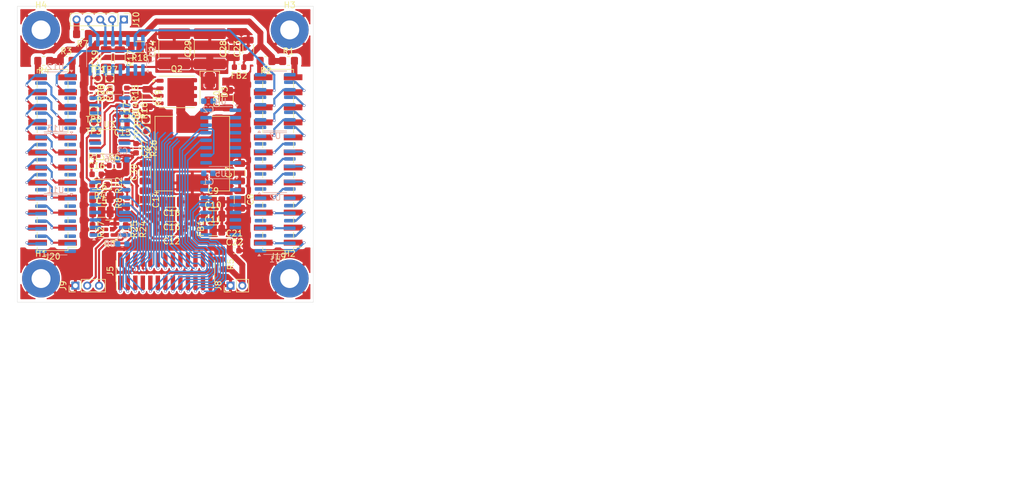
<source format=kicad_pcb>
(kicad_pcb (version 20240108) (generator "pcbnew") (generator_version "8.0")
  (layers (0 "F.Cu" mixed) (1 "In1.Cu" power) (2 "In2.Cu" signal) (3 "In3.Cu" power) (4 "In4.Cu" power) (5 "In5.Cu" signal) (6 "In6.Cu" power) (31 "B.Cu" mixed) (34 "B.Paste" user) (35 "F.Paste" user) (36 "B.SilkS" user "B.Silkscreen") (37 "F.SilkS" user "F.Silkscreen") (38 "B.Mask" user) (39 "F.Mask" user) (44 "Edge.Cuts" user))
  (net 0 "")
  (net 1 "VIN")
  (net 2 "GND")
  (net 3 "VREF")
  (net 4 "Net-(U3-RC)")
  (net 5 "Net-(U3-CS)")
  (net 6 "VCC")
  (net 7 "Net-(D3-K)")
  (net 8 "/FB")
  (net 9 "Net-(D3-A)")
  (net 10 "B+")
  (net 11 "Net-(D4-A)")
  (net 12 "Net-(C25-Pad2)")
  (net 13 "Net-(D4-K)")
  (net 14 "Net-(U3-VCC)")
  (net 15 "/OutTransistorArray/Cath_A03")
  (net 16 "/OutTransistorArray/Cath_A02")
  (net 17 "/OutTransistorArray/Cath_A09")
  (net 18 "/OutTransistorArray/Cath_A08")
  (net 19 "/OutTransistorArray/Cath_A11")
  (net 20 "/OutTransistorArray/Cath_A06")
  (net 21 "/OutTransistorArray/Cath_A10")
  (net 22 "/OutTransistorArray/Cath_A01")
  (net 23 "/OutTransistorArray/Cath_A04")
  (net 24 "/OutTransistorArray/Cath_A07")
  (net 25 "/OutTransistorArray/Cath_A05")
  (net 26 "/OutTransistorArray/Cath_B01")
  (net 27 "/OutTransistorArray/Cath_B10")
  (net 28 "/OutTransistorArray/Cath_B04")
  (net 29 "/OutTransistorArray/Cath_B05")
  (net 30 "/OutTransistorArray/Cath_B11")
  (net 31 "/OutTransistorArray/Cath_B06")
  (net 32 "/OutTransistorArray/Cath_B08")
  (net 33 "/OutTransistorArray/Cath_B07")
  (net 34 "/OutTransistorArray/Cath_B09")
  (net 35 "/OutTransistorArray/Cath_B03")
  (net 36 "/OutTransistorArray/Cath_B02")
  (net 37 "/OutTransistorArray/Cath_C11")
  (net 38 "/OutTransistorArray/Cath_C02")
  (net 39 "/OutTransistorArray/Cath_C08")
  (net 40 "/OutTransistorArray/Cath_C04")
  (net 41 "/OutTransistorArray/Cath_C09")
  (net 42 "/OutTransistorArray/Cath_C03")
  (net 43 "/OutTransistorArray/Cath_C01")
  (net 44 "/OutTransistorArray/Cath_C05")
  (net 45 "/OutTransistorArray/Cath_C10")
  (net 46 "/OutTransistorArray/Cath_C06")
  (net 47 "/OutTransistorArray/Cath_C07")
  (net 48 "/OutTransistorArray/Cath_D11")
  (net 49 "/OutTransistorArray/Cath_D09")
  (net 50 "/OutTransistorArray/Cath_D03")
  (net 51 "/OutTransistorArray/Cath_D10")
  (net 52 "/OutTransistorArray/Cath_D08")
  (net 53 "/OutTransistorArray/Cath_D05")
  (net 54 "/OutTransistorArray/Cath_D04")
  (net 55 "/OutTransistorArray/Cath_D07")
  (net 56 "/OutTransistorArray/Cath_D02")
  (net 57 "/OutTransistorArray/Cath_D01")
  (net 58 "/OutTransistorArray/Cath_D06")
  (net 61 "/~{ENABLE}")
  (net 62 "/OutTransistorArray/Cath_X02")
  (net 63 "/OutTransistorArray/Cath_X04")
  (net 64 "/OutTransistorArray/Cath_X01")
  (net 65 "/OutTransistorArray/Cath_X03")
  (net 66 "Net-(Q2-G)")
  (net 67 "/ISENSE")
  (net 68 "Net-(Q3-B)")
  (net 69 "Net-(Q3-C)")
  (net 70 "/GATE_SIG")
  (net 71 "/DemultiplexerArray/A04")
  (net 73 "/DemultiplexerArray/A06")
  (net 74 "/DemultiplexerArray/A07")
  (net 75 "/DemultiplexerArray/A03")
  (net 76 "/DemultiplexerArray/A01")
  (net 77 "/DemultiplexerArray/A02")
  (net 78 "/DemultiplexerArray/A05")
  (net 79 "/DemultiplexerArray/B01")
  (net 80 "/DemultiplexerArray/A09")
  (net 81 "/DemultiplexerArray/B03")
  (net 82 "/DemultiplexerArray/A10")
  (net 84 "/DemultiplexerArray/B02")
  (net 85 "/DemultiplexerArray/A08")
  (net 86 "/DemultiplexerArray/B06")
  (net 87 "/DemultiplexerArray/B04")
  (net 88 "/DemultiplexerArray/B05")
  (net 89 "/DemultiplexerArray/B08")
  (net 90 "/DemultiplexerArray/B09")
  (net 91 "/DemultiplexerArray/B10")
  (net 92 "/DemultiplexerArray/B07")
  (net 93 "/DemultiplexerArray/C10")
  (net 94 "/DemultiplexerArray/C09")
  (net 95 "/DemultiplexerArray/C07")
  (net 96 "/DemultiplexerArray/C02")
  (net 97 "/DemultiplexerArray/C05")
  (net 98 "/DemultiplexerArray/C08")
  (net 99 "/DemultiplexerArray/C03")
  (net 100 "/DemultiplexerArray/C01")
  (net 101 "/DemultiplexerArray/C04")
  (net 102 "/DemultiplexerArray/C06")
  (net 104 "/DemultiplexerArray/D05")
  (net 105 "/DemultiplexerArray/D03")
  (net 106 "/DemultiplexerArray/D02")
  (net 107 "/DemultiplexerArray/D10")
  (net 108 "/DemultiplexerArray/D09")
  (net 109 "/DemultiplexerArray/D04")
  (net 110 "/DemultiplexerArray/D06")
  (net 111 "/DemultiplexerArray/D08")
  (net 112 "/DemultiplexerArray/D07")
  (net 113 "/DemultiplexerArray/D01")
  (net 118 "Net-(J10-Pin_5)")
  (net 119 "/A_bit3")
  (net 120 "/D_bit0")
  (net 121 "/D_bit2")
  (net 122 "/D_bit1")
  (net 123 "/X01")
  (net 124 "/A_bit2")
  (net 125 "/C_bit3")
  (net 126 "/B_bit0")
  (net 127 "/X04")
  (net 128 "/D11")
  (net 129 "/X02")
  (net 130 "/B_bit1")
  (net 131 "/C_bit1")
  (net 132 "/C_bit2")
  (net 133 "/A_bit1")
  (net 134 "/B_bit2")
  (net 135 "/C11")
  (net 136 "/B_bit3")
  (net 137 "/X03")
  (net 138 "/C_bit0")
  (net 139 "/D_bit3")
  (net 140 "/A11")
  (net 141 "/B11")
  (net 142 "/A_bit0")
  (net 143 "Net-(R13-Pad2)")
  (net 144 "Net-(J5-Pin_26)")
  (net 145 "Net-(J19-Pin_24)")
  (net 146 "Net-(J19-Pin_23)")
  (net 147 "Net-(J20-Pin_23)")
  (net 148 "Net-(J20-Pin_24)")
  (footprint "Capacitor_SMD:C_2220_5750Metric" (layer "F.Cu") (at 76.5 57.2 90)
    (property "Reference" "C24")
    (property "Value" "1u 250V")
  )
  (footprint "Connector_PinHeader_2.00mm:PinHeader_1x03_P2.00mm_Vertical" (layer "F.Cu") (at 59.8 97.2 90)
    (property "Reference" "J9")
    (property "Value" "~{EN}")
  )
  (footprint "Resistor_SMD:R_0603_1608Metric" (layer "F.Cu") (at 68.55 80.25 90)
    (property "Reference" "R22")
    (property "Value" "4k7")
  )
  (footprint "TestPoint:TestPoint_Pad_D1.0mm" (layer "F.Cu") (at 62.9 69.7 180)
    (property "Reference" "TP3")
    (property "Value" "TP_COMP")
  )
  (footprint "TestPoint:TestPoint_Pad_1.0x1.0mm" (layer "F.Cu") (at 62.9 67.7 180)
    (property "Reference" "TP8")
    (property "Value" "TP_GND")
  )
  (footprint "Resistor_SMD:R_0603_1608Metric" (layer "F.Cu") (at 66.35 76.9)
    (property "Reference" "R6")
    (property "Value" "0")
  )
  (footprint "Resistor_SMD:R_0603_1608Metric" (layer "F.Cu") (at 63.35 76.9)
    (property "Reference" "R13")
    (property "Value" "41.2k")
  )
  (footprint "Capacitor_SMD:C_1206_3216Metric" (layer "F.Cu") (at 83.05 83.05)
    (property "Reference" "C9")
    (property "Value" "10u 50V")
  )
  (footprint "Resistor_SMD:R_0603_1608Metric" (layer "F.Cu") (at 71.6 74 -90)
    (property "Reference" "R26")
    (property "Value" "0")
  )
  (footprint "Capacitor_SMD:C_2220_5750Metric" (layer "F.Cu") (at 82.5 57.2 90)
    (property "Reference" "C29")
    (property "Value" "1u 250V")
  )
  (footprint "Resistor_SMD:R_0805_2012Metric_Pad1.20x1.40mm_HandSolder" (layer "F.Cu") (at 61 54.7 180)
    (property "Reference" "R7")
    (property "Value" "8.66k")
  )
  (footprint "Inductor_SMD:L_0603_1608Metric" (layer "F.Cu") (at 79.55 87.55 -90)
    (property "Reference" "FB1")
    (property "Value" "60R@100MHz")
  )
  (footprint "Capacitor_SMD:C_1206_3216Metric" (layer "F.Cu") (at 86.65 57.2 90)
    (property "Reference" "C28")
    (property "Value" "100n 250V")
  )
  (footprint "TestPoint:TestPoint_Pad_D1.0mm" (layer "F.Cu") (at 71.75 71.1 90)
    (property "Reference" "TP2")
    (property "Value" "TP_GATE")
  )
  (footprint "Capacitor_SMD:C_0603_1608Metric" (layer "F.Cu") (at 86.65 89.8)
    (property "Reference" "C21")
    (property "Value" "100u")
  )
  (footprint "Diode_SMD:D_SMA" (layer "F.Cu") (at 82.5 64.5 -90)
    (property "Reference" "D3")
    (property "Value" "ES1D")
  )
  (footprint "Capacitor_SMD:C_0603_1608Metric" (layer "F.Cu") (at 86.65 91.3)
    (property "Reference" "C22")
    (property "Value" "100n")
  )
  (footprint "Capacitor_SMD:C_1206_3216Metric" (layer "F.Cu") (at 65 58.8 90)
    (property "Reference" "C19")
    (property "Value" "100p 250V")
  )
  (footprint "Resistor_SMD:R_0805_2012Metric_Pad1.20x1.40mm_HandSolder" (layer "F.Cu") (at 58.25 59.25)
    (property "Reference" "R3")
    (property "Value" "8.66k")
  )
  (footprint "Resistor_SMD:R_1206_3216Metric" (layer "F.Cu") (at 70.7 56.9 180)
    (property "Reference" "R18")
    (property "Value" "7.68k, 1%")
  )
  (footprint "Connector_PinHeader_2.00mm:PinHeader_1x02_P2.00mm_Vertical" (layer "F.Cu") (at 86 97.2 90)
    (property "Reference" "J8")
    (property "Value" "V_IN")
  )
  (footprint "Connector_PinHeader_1.27mm:PinHeader_2x13_P1.27mm_Vertical_SMD" (layer "F.Cu") (at 75 94.75 90)
    (property "Reference" "J5")
    (property "Value" "BCD_IN")
  )
  (footprint "Diode_SMD:D_SOD-323_HandSoldering" (layer "F.Cu") (at 63.9 80.15 180)
    (property "Reference" "D4")
    (property "Value" "BAT54WS-TP")
  )
  (footprint "Capacitor_SMD:C_0603_1608Metric" (layer "F.Cu") (at 67.75 69.9 180)
    (property "Reference" "C15")
    (property "Value" "100n")
  )
  (footprint "TestPoint:TestPoint_Pad_1.0x1.0mm" (layer "F.Cu") (at 65.6 62.15)
    (property "Reference" "TP7")
    (property "Value" "TP_GND")
  )
  (footprint "Resistor_SMD:R_0603_1608Metric" (layer "F.Cu") (at 84.6 93.6 -90)
    (property "Reference" "R5")
    (property "Value" "0")
  )
  (footprint "TestPoint:TestPoint_Pad_D1.0mm" (layer "F.Cu") (at 63.6 62.15)
    (property "Reference" "TP1")
    (property "Value" "TP_FB")
  )
  (footprint "MountingHole:MountingHole_3.2mm_M3_Pad" (layer "F.Cu") (at 54 96)
    (property "Reference" "H1")
    (property "Value" "MountingHole_Pad")
  )
  (footprint "Resistor_SMD:R_0603_1608Metric" (layer "F.Cu") (at 68.3 87.7 -90)
    (property "Reference" "R25")
    (property "Value" "1k")
  )
  (footprint "Package_TO_SOT_SMD:SOT-23" (layer "F.Cu") (at 65.55 87.7 180)
    (property "Reference" "Q3")
    (property "Value" "MMBTA42")
  )
  (footprint "Capacitor_SMD:C_1206_3216Metric" (layer "F.Cu") (at 64.2 82.35)
    (property "Reference" "C6")
    (property "Value" "10u 50V")
  )
  (footprint "Capacitor_SMD:C_1206_3216Metric" (layer "F.Cu") (at 83.05 85.45)
    (property "Reference" "C10")
    (property "Value" "10u 50V")
  )
  (footprint "Connector_PinHeader_2.54mm:PinHeader_2x12_P2.54mm_Vertical_SMD" (layer "F.Cu") (at 94.05 75.97 180)
    (property "Reference" "J19")
    (property "Value" "TubesAB")
  )
  (footprint "TestPoint:TestPoint_Pad_1.0x1.0mm" (layer "F.Cu") (at 71.75 69.1 90)
    (property "Reference" "TP6")
    (property "Value" "TP_GND")
  )
  (footprint "Resistor_SMD:R_1206_3216Metric" (layer "F.Cu") (at 72 65.5 -90)
    (property "Reference" "R19")
    (property "Value" "0R1, 1/2W")
  )
  (footprint "Connector_PinHeader_2.54mm:PinHeader_2x12_P2.54mm_Vertical_SMD" (layer "F.Cu") (at 55.95 75.98 180)
    (property "Reference" "J20")
    (property "Value" "TubesCD")
  )
  (footprint "Inductor_SMD:L_0603_1608Metric" (layer "F.Cu") (at 87.45 60.3 180)
    (property "Reference" "FB2")
    (property "Value" "60R@100MHz")
  )
  (footprint "MountingHole:MountingHole_3.2mm_M3_Pad" (layer "F.Cu") (at 96 96)
    (property "Reference" "H2")
    (property "Value" "MountingHole_Pad")
  )
  (footprint "Inductor_SMD:L_12x12mm_H8mm" (layer "F.Cu") (at 79.55 74.9 90)
    (property "Reference" "L4")
    (property "Value" "330u")
  )
  (footprint "Capacitor_SMD:C_1206_3216Metric" (layer "F.Cu") (at 71.55 82.65 -90)
    (property "Reference" "C14")
    (property "Value" "10u 50V")
  )
  (footprint "Resistor_SMD:R_0603_1608Metric" (layer "F.Cu") (at 70 67.65 -90)
    (property "Reference" "R16")
    (property "Value" "10R")
  )
  (footprint "Resistor_SMD:R_0603_1608Metric" (layer "F.Cu") (at 62.7 87.7 -90)
    (property "Reference" "R27")
    (property "Value" "24R")
  )
  (footprint "Resistor_SMD:R_0603_1608Metric" (layer "F.Cu") (at 69.8 87.7 -90)
    (property "Reference" "R24")
    (property "Value" "100k")
  )
  (footprint "Capacitor_SMD:C_1206_3216Metric" (layer "F.Cu") (at 87.55 82.65 -90)
    (property "Reference" "C8")
    (property "Value" "10u 50V")
  )
  (footprint "Resistor_SMD:R_1206_3216Metric" (layer "F.Cu") (at 67.3 58.8 -90)
    (property "Reference" "R17")
    (property "Value" "634k, 1%")
  )
  (footprint "Capacitor_SMD:C_1206_3216Metric" (layer "F.Cu") (at 85.55 65.7 90)
    (property "Reference" "C20")
    (property "Value" "560p 250V")
  )
  (footprint "Capacitor_SMD:C_1206_3216Metric" (layer "F.Cu") (at 76.05 87.85 180)
    (property "Reference" "C12")
    (property "Value" "10u 50V")
  )
  (footprint "Resistor_SMD:R_0805_2012Metric_Pad1.20x1.40mm_HandSolder" (layer "F.Cu") (at 54.45 59.25 180)
    (property "Reference" "R4")
    (property "Value" "8.66k")
  )
  (footprint "Resistor_SMD:R_0603_1608Metric" (layer "F.Cu") (at 64.15 64.65 -90)
    (property "Reference" "R21")
    (property "Value" "0")
  )
  (footprint "Capacitor_SMD:C_0603_1608Metric" (layer "F.Cu") (at 67 67.65 -90)
    (property "Reference" "C17")
    (property "Value" "1n")
  )
  (footprint "Capacitor_SMD:C_1206_3216Metric" (layer "F.Cu") (at 71.55 78.05 90)
    (property "Reference" "C30")
    (property "Value" "10u 50V")
  )
  (footprint "Resistor_SMD:R_0805_2012Metric_Pad1.20x1.40mm_HandSolder" (layer "F.Cu") (at 95.8 59.25)
    (property "Reference" "R1")
    (property "Value" "8.66k")
  )
  (footprint "MountingHole:MountingHole_3.2mm_M3_Pad" (layer "F.Cu") (at 54 54)
    (property "Reference" "H4")
    (property "Value" "MountingHole_Pad")
  )
  (footprint "Capacitor_SMD:C_1206_3216Metric" (layer "F.Cu") (at 76.05 85.45 180)
    (property "Reference" "C13")
    (property "Value" "10u 50V")
  )
  (footprint "Package_SO:SOIC-8_3.9x4.9mm_P1.27mm" (layer "F.Cu") (at 65.55 73.4)
    (property "Reference" "U3")
    (property "Value" "UCC3800")
  )
  (footprint "Resistor_SMD:R_0805_2012Metric_Pad1.20x1.40mm_HandSolder" (layer "F.Cu") (at 92 59.25 180)
    (property "Reference" "R2")
    (property "Value" "8.66k")
  )
  (footprint "Capacitor_SMD:C_0603_1608Metric" (layer "F.Cu") (at 63.4 78.4)
    (property "Reference" "C16")
    (property "Value" "330p")
  )
  (footprint "Capacitor_SMD:C_1206_3216Metric" (layer "F.Cu") (at 83.05 87.85)
    (property "Reference" "C11")
    (property "Value" "10u 50V")
  )
  (footprint "Resistor_SMD:R_0603_1608Metric" (layer "F.Cu") (at 68.5 67.65 -90)
    (property "Reference" "R14")
    (property "Value" "4.12k")
  )
  (footprint "Resistor_SMD:R_0603_1608Metric" (layer "F.Cu") (at 62.65 64.65 -90)
    (property "Reference" "R20")
    (property "Value" "0")
  )
  (footprint "Resistor_SMD:R_0603_1608Metric" (layer "F.Cu") (at 68.5 64.65 -90)
    (property "Reference" "R15")
    (property "Value" "1k")
  )
  (footprint "Capacitor_SMD:C_0603_1608Metric" (layer "F.Cu") (at 70.05 74 -90)
    (property "Reference" "C27")
    (property "Value" "100n")
  )
  (footprint "Resistor_SMD:R_0603_1608Metric" (layer "F.Cu") (at 68.55 83.25 90)
    (property "Reference" "R8")
    (property "Value" "220k")
  )
  (footprint "Capacitor_SMD:C_1206_3216Metric" (layer "F.Cu") (at 64.2 84.75)
    (property "Reference" "C5")
    (property "Value" "10u 50V")
  )
  (footprint "Capacitor_SMD:C_1206_3216Metric" (layer "F.Cu") (at 89 57.2 90)
    (property "Reference" "C23")
    (property "Value" "100n 250V")
  )
  (footprint "Connector_PinHeader_2.00mm:PinHeader_1x05_P2.00mm_Vertical" (layer "F.Cu") (at 68 52.25 -90)
    (property "Reference" "J10")
    (property "Value" "Extras")
  )
  (footprint "MountingHole:MountingHole_3.2mm_M3_Pad" (layer "F.Cu") (at 96 54)
    (property "Reference" "H3")
    (property "Value" "MountingHole_Pad")
  )
  (footprint "Package_SON:Infineon_PG-TDSON-8_6.15x5.15mm" (layer "F.Cu") (at 76.925 64.5)
    (property "Reference" "Q2")
    (property "Value" "BSC900N20NS3 G")
  )
  (footprint "Capacitor_SMD:C_1206_3216Metric" (layer "F.Cu") (at 76.05 83.05 180)
    (property "Reference" "C18")
    (property "Value" "10u 50V")
  )
  (footprint "Capacitor_SMD:C_1206_3216Metric" (layer "F.Cu") (at 87.55 78.05 90)
    (property "Reference" "C7")
    (property "Value" "10u 50V")
  )
  (footprint "Capacitor_SMD:C_0603_1608Metric" (layer "F.Cu") (at 65.65 64.65 90)
    (property "Reference" "C25")
    (property "Value" "220p")
  )
  (footprint "Package_SO:SOIC-16_3.9x9.9mm_P1.27mm" (layer "B.Cu") (at 93.55 66.015)
    (property "Reference" "U7")
    (property "Value" "SN75468")
  )
  (footprint "Package_SO:SOIC-16_3.9x9.9mm_P1.27mm" (layer "B.Cu") (at 65.65 84.2)
    (property "Reference" "U8")
    (property "Value" "4028")
  )
  (footprint "Capacitor_SMD:C_0603_1608Metric" (layer "B.Cu") (at 82.266 78.231)
    (property "Reference" "C1")
    (property "Value" "100n")
  )
  (footprint "Package_SO:SOIC-16_3.9x9.9mm_P1.27mm" (layer "B.Cu") (at 65.65 69.95)
    (property "Reference" "U6")
    (property "Value" "4028")
  )
  (footprint "Package_SO:SOIC-16_3.9x9.9mm_P1.27mm" (layer "B.Cu") (at 93.55 86.865)
    (property "Reference" "U1")
    (property "Value" "SN75468")
  )
  (footprint "Package_SO:SOIC-16_3.9x9.9mm_P1.27mm" (layer "B.Cu") (at 56.45 76.555 180)
    (property "Reference" "U13")
    (property "Value" "SN75468")
  )
  (footprint "Package_SO:SOIC-16_3.9x9.9mm_P1.27mm" (layer "B.Cu") (at 56.45 66.15 180)
    (property "Reference" "U12")
    (property "Value" "SN75468")
  )
  (footprint "Package_SO:SOIC-16_3.9x9.9mm_P1.27mm" (layer "B.Cu") (at 66.765 58.3 90)
    (property "Reference" "U17")
    (property "Value" "SN75468")
  )
  (footprint "Package_SO:SOIC-16_3.9x9.9mm_P1.27mm" (layer "B.Cu") (at 93.55 76.43)
    (property "Reference" "U2")
    (property "Value" "SN75468")
  )
  (footprint "Capacitor_SMD:C_0603_1608Metric" (layer "B.Cu") (at 67.734 75.919 180)
    (property "Reference" "C3")
    (property "Value" "100n")
  )
  (footprint "Capacitor_SMD:C_0603_1608Metric" (layer "B.Cu") (at 67.734 90.169 180)
    (property "Reference" "C4")
    (property "Value" "100n")
  )
  (footprint "Package_SO:SOIC-16_3.9x9.9mm_P1.27mm" (layer "B.Cu") (at 84.35 72.008 180)
    (property "Reference" "U4")
    (property "Value" "4028")
  )
  (footprint "Capacitor_SMD:C_0603_1608Metric" (layer "B.Cu") (at 82.266 66.039)
    (property "Reference" "C2")
    (property "Value" "100n")
  )
  (footprint "Package_SO:SOIC-16_3.9x9.9mm_P1.27mm" (layer "B.Cu") (at 56.45 86.95 180)
    (property "Reference" "U11")
    (property "Value" "SN75468")
  )
  (footprint "Package_SO:SOIC-16_3.9x9.9mm_P1.27mm" (layer "B.Cu") (at 84.35 84.2 180)
    (property "Reference" "U5")
    (property "Value" "4028")
  )
  (gr_rect (start 50 50) (end 100 100) (stroke (width 0.05)) (fill none) (layer "Edge.Cuts"))
  (segment (start 63.8 91.177818) (end 64.927818 90.05) (width 0.35) (layer "F.Cu") (net 1))
  (segment (start 85.975 94.425) (end 84.6 94.425) (width 1) (layer "F.Cu") (net 1))
  (segment (start 85.875 89.8) (end 85.875 91.3) (width 1) (layer "F.Cu") (net 1))
  (segment (start 64.927818 90.05) (end 68.275 90.05) (width 0.35) (layer "F.Cu") (net 1))
  (segment (start 88 96.45) (end 85.975 94.425) (width 1) (layer "F.Cu") (net 1))
  (segment (start 88 93.664382) (end 85.875 91.539382) (width 1) (layer "F.Cu") (net 1))
  (segment (start 63.8 97.2) (end 63.8 91.177818) (width 0.35) (layer "F.Cu") (net 1))
  (segment (start 85.875 89.8) (end 81.0125 89.8) (width 1) (layer "F.Cu") (net 1))
  (segment (start 68.275 90.05) (end 69.8 88.525) (width 0.35) (layer "F.Cu") (net 1))
  (segment (start 81.0125 89.8) (end 79.55 88.3375) (width 1) (layer "F.Cu") (net 1))
  (segment (start 88 97.2) (end 88 93.664382) (width 1) (layer "F.Cu") (net 1))
  (segment (start 88 97.2) (end 88 96.45) (width 1) (layer "F.Cu") (net 1))
  (segment (start 85.875 91.539382) (end 85.875 91.3) (width 1) (layer "F.Cu") (net 1))
  (segment (start 66.975 69.9) (end 66.975 70.823382) (width 0.35) (layer "F.Cu") (net 2))
  (segment (start 69.52 75.305) (end 70.05 74.775) (width 0.35) (layer "F.Cu") (net 2))
  (segment (start 76.55 54.65) (end 82.45 54.65) (width 1) (layer "F.Cu") (net 2))
  (segment (start 67.573382 75.305) (end 68.025 75.305) (width 0.35) (layer "F.Cu") (net 2))
  (segment (start 86.65 55.725) (end 89 55.725) (width 1) (layer "F.Cu") (net 2))
  (segment (start 66.675 74.406618) (end 67.573382 75.305) (width 0.35) (layer "F.Cu") (net 2))
  (segment (start 68.025 75.305) (end 69.52 75.305) (width 0.35) (layer "F.Cu") (net 2))
  (segment (start 66.975 70.823382) (end 66.675 71.123382) (width 0.35) (layer "F.Cu") (net 2))
  (segment (start 82.45 54.65) (end 85.575 54.65) (width 1) (layer "F.Cu") (net 2))
  (segment (start 68.025 77.525) (end 68.025 75.305) (width 0.35) (layer "F.Cu") (net 2))
  (segment (start 66.95 69.875) (end 66.975 69.9) (width 0.35) (layer "F.Cu") (net 2))
  (segment (start 66.675 71.123382) (end 66.675 74.406618) (width 0.35) (layer "F.Cu") (net 2))
  (segment (start 64.175 78.4) (end 67.15 78.4) (width 0.35) (layer "F.Cu") (net 2))
  (segment (start 85.575 54.65) (end 86.65 55.725) (width 1) (layer "F.Cu") (net 2))
  (segment (start 67 68.425) (end 67 69.875) (width 0.35) (layer "F.Cu") (net 2))
  (segment (start 67.15 78.4) (end 68.025 77.525) (width 0.35) (layer "F.Cu") (net 2))
  (segment (start 68.525 70.995) (end 68.025 71.495) (width 0.35) (layer "F.Cu") (net 3))
  (segment (start 67.175 76.9) (end 65.65 75.375) (width 0.25) (layer "F.Cu") (net 3))
  (segment (start 68.525 69.9) (end 68.525 68.5) (width 0.35) (layer "F.Cu") (net 3))
  (segment (start 67.675 67.65) (end 68.5 68.475) (width 0.25) (layer "F.Cu") (net 3))
  (segment (start 65.65 68.3) (end 66.3 67.65) (width 0.25) (layer "F.Cu") (net 3))
  (segment (start 65.65 75.375) (end 65.65 68.3) (width 0.25) (layer "F.Cu") (net 3))
  (segment (start 66.3 67.65) (end 67.675 67.65) (width 0.25) (layer "F.Cu") (net 3))
  (segment (start 68.525 69.9) (end 68.525 70.995) (width 0.35) (layer "F.Cu") (net 3))
  (segment (start 62.525 78.3) (end 62.625 78.4) (width 0.35) (layer "F.Cu") (net 4))
  (segment (start 62.525 76.9) (end 62.525 78.3) (width 0.35) (layer "F.Cu") (net 4))
  (segment (start 63.075 76.35) (end 62.525 76.9) (width 0.35) (layer "F.Cu") (net 4))
  (segment (start 63.075 75.305) (end 63.075 76.35) (width 0.35) (layer "F.Cu") (net 4))
  (segment (start 65.825 66.875) (end 66.5 66.875) (width 0.35) (layer "F.Cu") (net 5))
  (segment (start 63.075 74.035) (end 64.049999 74.035) (width 0.35) (layer "F.Cu") (net 5))
  (segment (start 64.75 73.334999) (end 64.75 67.95) (width 0.35) (layer "F.Cu") (net 5))
  (segment (start 68.5 66.825) (end 68.5 65.475) (width 0.35) (layer "F.Cu") (net 5))
  (segment (start 67 66.875) (end 68.45 66.875) (width 0.35) (layer "F.Cu") (net 5))
  (segment (start 64.049999 74.035) (end 64.75 73.334999) (width 0.35) (layer "F.Cu") (net 5))
  (segment (start 64.75 67.95) (end 65.825 66.875) (width 0.35) (layer "F.Cu") (net 5))
  (segment (start 79.55 86.7625) (end 80.4875 86.7625) (width 0.35) (layer "F.Cu") (net 6))
  (segment (start 78.6125 86.7625) (end 77.525 87.85) (width 0.35) (layer "F.Cu") (net 6))
  (segment (start 81.575 81.875) (end 79.55 79.85) (width 0.35) (layer "F.Cu") (net 6))
  (segment (start 81.575 87.85) (end 81.575 83.05) (width 0.35) (layer "F.Cu") (net 6))
  (segment (start 78.475 80.925) (end 79.55 79.85) (width 0.35) (layer "F.Cu") (net 6))
  (segment (start 80.625 80.925) (end 79.55 79.85) (width 0.35) (layer "F.Cu") (net 6))
  (segment (start 68.55 79.425) (end 69.45 80.325) (width 0.35) (layer "F.Cu") (net 6))
  (segment (start 79.55 79.85) (end 87.225 79.85) (width 0.35) (layer "F.Cu") (net 6))
  (segment (start 69.45 83.9) (end 72.5 86.95) (width 0.35) (layer "F.Cu") (net 6))
  (segment (start 72.5 86.95) (end 72.5 88.8) (width 0.35) (layer "F.Cu") (net 6))
  (segment (start 77.525 81.875) (end 79.55 79.85) (width 0.35) (layer "F.Cu") (net 6))
  (segment (start 69.4 76.6) (end 70.4 75.6) (width 0.35) (layer "F.Cu") (net 6))
  (segment (start 79.55 86.7625) (end 78.6125 86.7625) (width 0.35) (layer "F.Cu") (net 6))
  (segment (start 70.4 75.6) (end 70.825 75.6) (width 0.35) (layer "F.Cu") (net 6))
  (segment (start 68.55 79.425) (end 69.4 78.575) (width 0.35) (layer "F.Cu") (net 6))
  (segment (start 81.575 83.05) (end 81.575 81.875) (width 0.35) (layer "F.Cu") (net 6))
  (segment (start 72.95 89.25) (end 76.125 89.25) (width 0.35) (layer "F.Cu") (net 6))
  (segment (start 87.55 81.175) (end 87.3 80.925) (width 0.35) (layer "F.Cu") (net 6))
  (segment (start 80.4875 86.7625) (end 81.575 87.85) (width 0.35) (layer "F.Cu") (net 6))
  (segment (start 71.55 81.175) (end 71.8 80.925) (width 0.35) (layer "F.Cu") (net 6))
  (segment (start 87.225 79.85) (end 87.55 79.525) (width 0.35) (layer "F.Cu") (net 6))
  (segment (start 71.8 80.925) (end 78.475 80.925) (width 0.35) (layer "F.Cu") (net 6))
  (segment (start 70.825 75.6) (end 71.6 74.825) (width 0.35) (layer "F.Cu") (net 6))
  (segment (start 72.5 88.8) (end 72.95 89.25) (width 0.35) (layer "F.Cu") (net 6))
  (segment (start 87.3 80.925) (end 80.625 80.925) (width 0.35) (layer "F.Cu") (net 6))
  (segment (start 79.55 79.85) (end 71.875 79.85) (width 0.35) (layer "F.Cu") (net 6))
  (segment (start 71.875 79.85) (end 71.55 79.525) (width 0.35) (layer "F.Cu") (net 6))
  (segment (start 77.525 83.05) (end 77.525 81.875) (width 0.35) (layer "F.Cu") (net 6))
  (segment (start 77.525 87.85) (end 77.525 83.05) (width 0.35) (layer "F.Cu") (net 6))
  (segment (start 69.4 78.575) (end 69.4 76.6) (width 0.35) (layer "F.Cu") (net 6))
  (segment (start 76.125 89.25) (end 77.525 87.85) (width 0.35) (layer "F.Cu") (net 6))
  (segment (start 69.45 80.325) (end 69.45 83.9) (width 0.35) (layer "F.Cu") (net 6))
  (segment (start 86.65 58.675) (end 86.65 60.2875) (width 0.35) (layer "F.Cu") (net 7))
  (segment (start 76.0375 60.2625) (end 76.1875 60.1125) (width 0.35) (layer "F.Cu") (net 7))
  (segment (start 66.8125 60.2625) (end 76.0375 60.2625) (width 0.35) (layer "F.Cu") (net 7))
  (segment (start 66.8 60.275) (end 66.8125 60.2625) (width 0.35) (layer "F.Cu") (net 7))
  (segment (start 86.65 60.2875) (end 86.6625 60.3) (width 0.35) (layer "F.Cu") (net 7))
  (segment (start 64.3625 60.275) (end 66.8 60.275) (width 0.35) (layer "F.Cu") (net 7))
  (segment (start 63.6 62.15) (end 62.5 62.15) (width 0.35) (layer "F.Cu") (net 8))
  (segment (start 68.825 57.3125) (end 66.9375 57.3125) (width 0.35) (layer "F.Cu") (net 8))
  (segment (start 62.5 59.825) (end 65 57.325) (width 0.35) (layer "F.Cu") (net 8))
  (segment (start 66.825 57.325) (end 65 57.325) (width 0.35) (layer "F.Cu") (net 8))
  (segment (start 69.2375 56.9) (end 68.825 57.3125) (width 0.35) (layer "F.Cu") (net 8))
  (segment (start 62.65 63.825) (end 64.15 63.825) (width 0.35) (layer "F.Cu") (net 8))
  (segment (start 62.65 63.825) (end 62.5 63.675) (width 0.35) (layer "F.Cu") (net 8))
  (segment (start 62.5 63.675) (end 62.5 62.15) (width 0.35) (layer "F.Cu") (net 8))
  (segment (start 66.8375 57.3125) (end 66.825 57.325) (width 0.35) (layer "F.Cu") (net 8))
  (segment (start 62.5 62.15) (end 62.5 59.825) (width 0.35) (layer "F.Cu") (net 8))
  (segment (start 77.6 64.5) (end 77.6 68) (width 1.5) (layer "F.Cu") (net 9))
  (segment (start 83.175 67.175) (end 82.5 66.5) (width 1) (layer "F.Cu") (net 9))
  (segment (start 82.5 67) (end 79.55 69.95) (width 1.5) (layer "F.Cu") (net 9))
  (segment (start 82.5 66.5) (end 82.5 67) (width 1.5) (layer "F.Cu") (net 9))
  (segment (start 77.6 68) (end 79.55 69.95) (width 1.5) (layer "F.Cu") (net 9))
  (segment (start 85.55 67.175) (end 83.175 67.175) (width 1) (layer "F.Cu") (net 9))
  (segment (start 89.15 52.6) (end 73.5 52.6) (width 1) (layer "F.Cu") (net 10))
  (segment (start 58.433884 57.35) (end 57.25 58.533884) (width 1) (layer "F.Cu") (net 10))
  (segment (start 57.25 59.25) (end 55.45 59.25) (width 1) (layer "F.Cu") (net 10))
  (segment (start 73.5 52.6) (end 71.4 54.7) (width 1) (layer "F.Cu") (net 10))
  (segment (start 88.2375 60.3) (end 88.2375 59.4375) (width 0.35) (layer "F.Cu") (net 10))
  (segment (start 62 55.416116) (end 60.066116 57.35) (width 1) (layer "F.Cu") (net 10))
  (segment (start 62 54.7) (end 62 55.416116) (width 1) (layer "F.Cu") (net 10))
  (segment (start 91.05 54.5) (end 89.15 52.6) (width 1) (layer "F.Cu") (net 10))
  (segment (start 89 58.675) (end 91.05 56.625) (width 1) (layer "F.Cu") (net 10))
  (segment (start 88.2375 59.4375) (end 89 58.675) (width 0.35) (layer "F.Cu") (net 10))
  (segment (start 71.4 54.7) (end 62 54.7) (width 1) (layer "F.Cu") (net 10))
  (segment (start 60.066116 57.35) (end 58.433884 57.35) (width 1) (layer "F.Cu") (net 10))
  (segment (start 91.091116 56.625) (end 91.05 56.625) (width 1) (layer "F.Cu") (net 10))
  (segment (start 91.05 56.625) (end 91.05 54.5) (width 1) (layer "F.Cu") (net 10))
  (segment (start 93 58.533884) (end 91.091116 56.625) (width 1) (layer "F.Cu") (net 10))
  (segment (start 57.25 58.533884) (end 57.25 59.25) (width 1) (layer "F.Cu") (net 10))
  (segment (start 93 59.25) (end 94.8 59.25) (width 1) (layer "F.Cu") (net 10))
  (segment (start 93 59.25) (end 93 58.533884) (width 1) (layer "F.Cu") (net 10))
  (segment (start 64.15 65.475) (end 65.6 65.475) (width 0.35) (layer "F.Cu") (net 11))
  (segment (start 61.725 78.975) (end 61.725 72.275) (width 0.35) (layer "F.Cu") (net 11))
  (segment (start 63.075 71.495) (end 64 70.57) (width 0.35) (layer "F.Cu") (net 11))
  (segment (start 62.95 69.65) (end 64 69.65) (width 0.35) (layer "F.Cu") (net 11))
  (segment (start 61.725 72.275) (end 62.505 71.495) (width 0.35) (layer "F.Cu") (net 11))
  (segment (start 62.65 79.9) (end 61.725 78.975) (width 0.35) (layer "F.Cu") (net 11))
  (segment (start 62.9 69.7) (end 62.95 69.65) (width 0.35) (layer "F.Cu") (net 11))
  (segment (start 62.505 71.495) (end 63.075 71.495) (width 0.35) (layer "F.Cu") (net 11))
  (segment (start 64 70.57) (end 64 65.475) (width 0.35) (layer "F.Cu") (net 11))
  (segment (start 65.6 65.475) (end 65.65 65.425) (width 0.35) (layer "F.Cu") (net 11))
  (segment (start 62.65 80.15) (end 62.65 79.9) (width 0.35) (layer "F.Cu") (net 11))
  (segment (start 63.475 64.65) (end 64.875 64.65) (width 0.35) (layer "F.Cu") (net 12))
  (segment (start 64.875 64.65) (end 65.65 63.875) (width 0.35) (layer "F.Cu") (net 12))
  (segment (start 62.65 65.475) (end 63.475 64.65) (width 0.35) (layer "F.Cu") (net 12))
  (segment (start 62.725 86.6) (end 63 86.875) (width 0.35) (layer "F.Cu") (net 13))
  (segment (start 65.15 80.15) (end 67.625 80.15) (width 0.35) (layer "F.Cu") (net 13))
  (segment (start 62.725 82.35) (end 64.925 80.15) (width 0.35) (layer "F.Cu") (net 13))
  (segment (start 64.925 80.15) (end 65.15 80.15) (width 0.35) (layer "F.Cu") (net 13))
  (segment (start 62.725 84.75) (end 62.725 86.1) (width 0.35) (layer "F.Cu") (net 13))
  (segment (start 68.55 81.075) (end 68.55 82.425) (width 0.35) (layer "F.Cu") (net 13))
  (segment (start 67.625 80.15) (end 68.55 81.075) (width 0.35) (layer "F.Cu") (net 13))
  (segment (start 62.725 86.1) (end 62.725 86.6) (width 0.35) (layer "F.Cu") (net 13))
  (segment (start 62.725 84.75) (end 62.725 82.35) (width 0.35) (layer "F.Cu") (net 13))
  (segment (start 70.05 73.225) (end 71.55 73.225) (width 0.35) (layer "F.Cu") (net 14))
  (segment (start 69.59 72.765) (end 70.05 73.225) (width 0.35) (layer "F.Cu") (net 14))
  (segment (start 68.025 72.765) (end 69.59 72.765) (width 0.35) (layer "F.Cu") (net 14))
  (segment (start 96.6 84.87) (end 98.425 84.87) (width 0.35) (layer "F.Cu") (net 15))
  (via (at 98.425 84.87) (size 0.45) (drill 0.3) (layers "F.Cu" "B.Cu") (net 15))
  (segment (start 97.065 86.23) (end 98.425 84.87) (width 0.35) (layer "B.Cu") (net 15))
  (segment (start 96.025 86.23) (end 97.065 86.23) (width 0.35) (layer "B.Cu") (net 15))
  (segment (start 96.6 87.41) (end 98.425 87.41) (width 0.35) (layer "F.Cu") (net 16))
  (via (at 98.425 87.41) (size 0.45) (drill 0.3) (layers "F.Cu" "B.Cu") (net 16))
  (segment (start 97.065 88.77) (end 98.425 87.41) (width 0.35) (layer "B.Cu") (net 16))
  (segment (start 96.025 88.77) (end 97.065 88.77) (width 0.35) (layer "B.Cu") (net 16))
  (segment (start 96.6 69.31) (end 98.425 69.31) (width 0.35) (layer "F.Cu") (net 17))
  (via (at 98.425 69.31) (size 0.45) (drill 0.3) (layers "F.Cu" "B.Cu") (net 17))
  (segment (start 98.425 69.302696) (end 98.425 69.31) (width 0.35) (layer "B.Cu") (net 17))
  (segment (start 97.042304 67.92) (end 98.425 69.302696) (width 0.35) (layer "B.Cu") (net 17))
  (segment (start 96.025 67.92) (end 97.042304 67.92) (width 0.35) (layer "B.Cu") (net 17))
  (segment (start 96.6 71.85) (end 98.425 71.85) (width 0.35) (layer "F.Cu") (net 18))
  (via (at 98.425 71.85) (size 0.45) (drill 0.3) (layers "F.Cu" "B.Cu") (net 18))
  (segment (start 96.025 70.46) (end 97.035 70.46) (width 0.35) (layer "B.Cu") (net 18))
  (segment (start 97.035 70.46) (end 98.425 71.85) (width 0.35) (layer "B.Cu") (net 18))
  (segment (start 96.6 64.23) (end 98.425 64.23) (width 0.35) (layer "F.Cu") (net 19))
  (via (at 98.425 64.23) (size 0.45) (drill 0.3) (layers "F.Cu" "B.Cu") (net 19))
  (segment (start 97.042304 62.84) (end 98.425 64.222696) (width 0.35) (layer "B.Cu") (net 19))
  (segment (start 96.025 62.84) (end 97.042304 62.84) (width 0.35) (layer "B.Cu") (net 19))
  (segment (start 98.425 64.222696) (end 98.425 64.23) (width 0.35) (layer "B.Cu") (net 19))
  (segment (start 96.6 77.25) (end 98.425 77.25) (width 0.35) (layer "F.Cu") (net 20))
  (via (at 98.425 77.25) (size 0.45) (drill 0.3) (layers "F.Cu" "B.Cu") (net 20))
  (segment (start 98.24 77.065) (end 98.425 77.25) (width 0.35) (layer "B.Cu") (net 20))
  (segment (start 96.025 77.065) (end 98.24 77.065) (width 0.35) (layer "B.Cu") (net 20))
  (segment (start 96.6 66.77) (end 98.425 66.77) (width 0.35) (layer "F.Cu") (net 21))
  (via (at 98.425 66.77) (size 0.45) (drill 0.3) (layers "F.Cu" "B.Cu") (net 21))
  (segment (start 97.042304 65.38) (end 98.425 66.762696) (width 0.35) (layer "B.Cu") (net 21))
  (segment (start 98.425 66.762696) (end 98.425 66.77) (width 0.35) (layer "B.Cu") (net 21))
  (segment (start 96.025 65.38) (end 97.042304 65.38) (width 0.35) (layer "B.Cu") (net 21))
  (segment (start 96.6 89.95) (end 98.425 89.95) (width 0.35) (layer "F.Cu") (net 22))
  (via (at 98.425 89.95) (size 0.45) (drill 0.3) (layers "F.Cu" "B.Cu") (net 22))
  (segment (start 96.025 91.31) (end 97.065 91.31) (width 0.35) (layer "B.Cu") (net 22))
  (segment (start 97.065 91.31) (end 98.425 89.95) (width 0.35) (layer "B.Cu") (net 22))
  (segment (start 96.6 82.33) (end 98.425 82.33) (width 0.35) (layer "F.Cu") (net 23))
  (via (at 98.425 82.33) (size 0.45) (drill 0.3) (layers "F.Cu" "B.Cu") (net 23))
  (segment (start 96.025 83.69) (end 97.065 83.69) (width 0.35) (layer "B.Cu") (net 23))
  (segment (start 97.065 83.69) (end 98.425 82.33) (width 0.35) (layer "B.Cu") (net 23))
  (segment (start 96.6 74.71) (end 98.425 74.71) (width 0.35) (layer "F.Cu") (net 24))
  (via (at 98.425 74.71) (size 0.45) (drill 0.3) (layers "F.Cu" "B.Cu") (net 24))
  (segment (start 98.24 74.525) (end 98.425 74.71) (width 0.35) (layer "B.Cu") (net 24))
  (segment (start 96.025 74.525) (end 98.24 74.525) (width 0.35) (layer "B.Cu") (net 24))
  (segment (start 96.6 79.79) (end 98.425 79.79) (width 0.35) (layer "F.Cu") (net 25))
  (via (at 98.425 79.79) (size 0.45) (drill 0.3) (layers "F.Cu" "B.Cu") (net 25))
  (segment (start 98.24 79.605) (end 98.425 79.79) (width 0.35) (layer "B.Cu") (net 25))
  (segment (start 96.025 79.605) (end 98.24 79.605) (width 0.35) (layer "B.Cu") (net 25))
  (segment (start 91.575 89.95) (end 93.4 89.95) (width 0.35) (layer "F.Cu") (net 26))
  (via (at 93.4 89.95) (size 0.45) (drill 0.3) (layers "F.Cu" "B.Cu") (net 26))
  (segment (start 96.025 90.04) (end 93.49 90.04) (width 0.35) (layer "B.Cu") (net 26))
  (segment (start 93.49 90.04) (end 93.4 89.95) (width 0.35) (layer "B.Cu") (net 26))
  (segment (start 91.575 66.77) (end 93.4 66.77) (width 0.35) (layer "F.Cu") (net 27))
  (via (at 93.4 66.77) (size 0.45) (drill 0.3) (layers "F.Cu" "B.Cu") (net 27))
  (segment (start 93.4 65.644214) (end 93.4 66.77) (width 0.35) (layer "B.Cu") (net 27))
  (segment (start 96.025 64.11) (end 94.934214 64.11) (width 0.35) (layer "B.Cu") (net 27))
  (segment (start 94.934214 64.11) (end 93.4 65.644214) (width 0.35) (layer "B.Cu") (net 27))
  (segment (start 91.575 82.33) (end 93.4 82.33) (width 0.35) (layer "F.Cu") (net 28))
  (via (at 93.4 82.33) (size 0.45) (drill 0.3) (layers "F.Cu" "B.Cu") (net 28))
  (segment (start 94.855 80.875) (end 93.4 82.33) (width 0.35) (layer "B.Cu") (net 28))
  (segment (start 96.025 80.875) (end 94.855 80.875) (width 0.35) (layer "B.Cu") (net 28))
  (segment (start 91.575 79.79) (end 93.4 79.79) (width 0.35) (layer "F.Cu") (net 29))
  (via (at 93.4 79.79) (size 0.45) (drill 0.3) (layers "F.Cu" "B.Cu") (net 29))
  (segment (start 94.855 78.335) (end 93.4 79.79) (width 0.35) (layer "B.Cu") (net 29))
  (segment (start 96.025 78.335) (end 94.855 78.335) (width 0.35) (layer "B.Cu") (net 29))
  (segment (start 91.575 64.23) (end 93.4 64.23) (width 0.35) (layer "F.Cu") (net 30))
  (via (at 93.4 64.23) (size 0.45) (drill 0.3) (layers "F.Cu" "B.Cu") (net 30))
  (segment (start 70.625 54.075) (end 69.94 54.76) (width 0.35) (layer "B.Cu") (net 30))
  (segment (start 93.4 61.607696) (end 85.867304 54.075) (width 0.35) (layer "B.Cu") (net 30))
  (segment (start 93.4 64.23) (end 93.4 61.607696) (width 0.35) (layer "B.Cu") (net 30))
  (segment (start 85.867304 54.075) (end 70.625 54.075) (width 0.35) (layer "B.Cu") (net 30))
  (segment (start 69.94 54.76) (end 69.94 55.825) (width 0.35) (layer "B.Cu") (net 30))
  (segment (start 91.575 77.25) (end 93.4 77.25) (width 0.35) (layer "F.Cu") (net 31))
  (via (at 93.4 77.25) (size 0.45) (drill 0.3) (layers "F.Cu" "B.Cu") (net 31))
  (segment (start 96.025 75.795) (end 94.855 75.795) (width 0.35) (layer "B.Cu") (net 31))
  (segment (start 94.855 75.795) (end 93.4 77.25) (width 0.35) (layer "B.Cu") (net 31))
  (segment (start 91.575 71.85) (end 93.4 71.85) (width 0.35) (layer "F.Cu") (net 32))
  (via (at 93.4 71.85) (size 0.45) (drill 0.3) (layers "F.Cu" "B.Cu") (net 32))
  (segment (start 93.4 70.724214) (end 93.4 71.85) (width 0.35) (layer "B.Cu") (net 32))
  (segment (start 96.025 69.19) (end 94.934214 69.19) (width 0.35) (layer "B.Cu") (net 32))
  (segment (start 94.934214 69.19) (end 93.4 70.724214) (width 0.35) (layer "B.Cu") (net 32))
  (segment (start 91.575 74.71) (end 93.4 74.71) (width 0.35) (layer "F.Cu") (net 33))
  (via (at 93.4 74.71) (size 0.45) (drill 0.3) (layers "F.Cu" "B.Cu") (net 33))
  (segment (start 96.025 73.255) (end 94.855 73.255) (width 0.35) (layer "B.Cu") (net 33))
  (segment (start 94.855 73.255) (end 93.4 74.71) (width 0.35) (layer "B.Cu") (net 33))
  (segment (start 91.575 69.31) (end 93.4 69.31) (width 0.35) (layer "F.Cu") (net 34))
  (via (at 93.4 69.31) (size 0.45) (drill 0.3) (layers "F.Cu" "B.Cu") (net 34))
  (segment (start 93.4 68.184214) (end 93.4 69.31) (width 0.35) (layer "B.Cu") (net 34))
  (segment (start 94.934214 66.65) (end 93.4 68.184214) (width 0.35) (layer "B.Cu") (net 34))
  (segment (start 96.025 66.65) (end 94.934214 66.65) (width 0.35) (layer "B.Cu") (net 34))
  (segment (start 91.575 84.87) (end 93.4 84.87) (width 0.35) (layer "F.Cu") (net 35))
  (via (at 93.4 84.87) (size 0.45) (drill 0.3) (layers "F.Cu" "B.Cu") (net 35))
  (segment (start 96.025 84.96) (end 93.49 84.96) (width 0.35) (layer "B.Cu") (net 35))
  (segment (start 93.49 84.96) (end 93.4 84.87) (width 0.35) (layer "B.Cu") (net 35))
  (segment (start 91.575 87.41) (end 93.4 87.41) (width 0.35) (layer "F.Cu") (net 36))
  (via (at 93.4 87.41) (size 0.45) (drill 0.3) (layers "F.Cu" "B.Cu") (net 36))
  (segment (start 93.49 87.5) (end 93.4 87.41) (width 0.35) (layer "B.Cu") (net 36))
  (segment (start 96.025 87.5) (end 93.49 87.5) (width 0.35) (layer "B.Cu") (net 36))
  (segment (start 57.903558 64.55) (end 58.475 64.55) (width 0.35) (layer "F.Cu") (net 37))
  (segment (start 56.649658 63.2961) (end 57.903558 64.55) (width 0.35) (layer "F.Cu") (net 37))
  (via (at 56.649658 63.2961) (size 0.45) (drill 0.3) (layers "F.Cu" "B.Cu") (net 37))
  (segment (start 56.649658 63.2961) (end 56.649658 61.693038) (width 0.35) (layer "B.Cu") (net 37))
  (segment (start 60.767696 57.575) (end 70.775 57.575) (width 0.35) (layer "B.Cu") (net 37))
  (segment (start 56.649658 61.693038) (end 60.767696 57.575) (width 0.35) (layer "B.Cu") (net 37))
  (segment (start 71.21 57.14) (end 71.21 55.825) (width 0.35) (layer "B.Cu") (net 37))
  (segment (start 70.775 57.575) (end 71.21 57.14) (width 0.35) (layer "B.Cu") (net 37))
  (segment (start 55.825002 87.45) (end 55.865002 87.41) (width 0.35) (layer "F.Cu") (net 38))
  (segment (start 55.865002 87.41) (end 58.45 87.41) (width 0.35) (layer "F.Cu") (net 38))
  (via (at 55.825002 87.45) (size 0.45) (drill 0.3) (layers "F.Cu" "B.Cu") (net 38))
  (segment (start 55.825002 87.147698) (end 54.992304 86.315) (width 0.35) (layer "B.Cu") (net 38))
  (segment (start 54.992304 86.315) (end 53.975 86.315) (width 0.35) (layer "B.Cu") (net 38))
  (segment (start 55.825002 87.45) (end 55.825002 87.147698) (width 0.35) (layer "B.Cu") (net 38))
  (segment (start 55.807263 71.499843) (end 56.47742 72.17) (width 0.35) (layer "F.Cu") (net 39))
  (segment (start 56.47742 72.17) (end 58.475 72.17) (width 0.35) (layer "F.Cu") (net 39))
  (via (at 55.807263 71.499843) (size 0.45) (drill 0.3) (layers "F.Cu" "B.Cu") (net 39))
  (segment (start 55.807263 68.869959) (end 54.992304 68.055) (width 0.35) (layer "B.Cu") (net 39))
  (segment (start 55.807263 71.499843) (end 55.807263 68.869959) (width 0.35) (layer "B.Cu") (net 39))
  (segment (start 54.992304 68.055) (end 53.975 68.055) (width 0.35) (layer "B.Cu") (net 39))
  (segment (start 55.825002 82.351096) (end 55.846098 82.33) (width 0.35) (layer "F.Cu") (net 40))
  (segment (start 55.846098 82.33) (end 58.45 82.33) (width 0.35) (layer "F.Cu") (net 40))
  (via (at 55.825002 82.351096) (size 0.45) (drill 0.3) (layers "F.Cu" "B.Cu") (net 40))
  (segment (start 55.825002 82.351096) (end 55.825002 80.562698) (width 0.35) (layer "B.Cu") (net 40))
  (segment (start 54.992304 79.73) (end 53.975 79.73) (width 0.35) (layer "B.Cu") (net 40))
  (segment (start 55.825002 80.562698) (end 54.992304 79.73) (width 0.35) (layer "B.Cu") (net 40))
  (segment (start 56.682206 68.385732) (end 57.926474 69.63) (width 0.35) (layer "F.Cu") (net 41))
  (segment (start 57.926474 69.63) (end 58.475 69.63) (width 0.35) (layer "F.Cu") (net 41))
  (via (at 56.682206 68.385732) (size 0.45) (drill 0.3) (layers "F.Cu" "B.Cu") (net 41))
  (segment (start 54.992304 65.515) (end 53.975 65.515) (width 0.35) (layer "B.Cu") (net 41))
  (segment (start 56.682206 68.385732) (end 55.75 67.453526) (width 0.35) (layer "B.Cu") (net 41))
  (segment (start 55.75 66.272696) (end 54.992304 65.515) (width 0.35) (layer "B.Cu") (net 41))
  (segment (start 55.75 67.453526) (end 55.75 66.272696) (width 0.35) (layer "B.Cu") (net 41))
  (segment (start 55.825002 84.901362) (end 55.856364 84.87) (width 0.35) (layer "F.Cu") (net 42))
  (segment (start 55.856364 84.87) (end 58.45 84.87) (width 0.35) (layer "F.Cu") (net 42))
  (via (at 55.825002 84.901362) (size 0.45) (drill 0.3) (layers "F.Cu" "B.Cu") (net 42))
  (segment (start 55.825002 84.901362) (end 55.825002 84.607698) (width 0.35) (layer "B.Cu") (net 42))
  (segment (start 54.992304 83.775) (end 53.975 83.775) (width 0.35) (layer "B.Cu") (net 42))
  (segment (start 55.825002 84.607698) (end 54.992304 83.775) (width 0.35) (layer "B.Cu") (net 42))
  (segment (start 55.875002 89.95) (end 58.45 89.95) (width 0.35) (layer "F.Cu") (net 43))
  (segment (start 55.825002 90) (end 55.875002 89.95) (width 0.35) (layer "F.Cu") (net 43))
  (via (at 55.825002 90) (size 0.45) (drill 0.3) (layers "F.Cu" "B.Cu") (net 43))
  (segment (start 55.825002 89.687698) (end 54.992304 88.855) (width 0.35) (layer "B.Cu") (net 43))
  (segment (start 54.992304 88.855) (end 53.975 88.855) (width 0.35) (layer "B.Cu") (net 43))
  (segment (start 55.825002 90) (end 55.825002 89.687698) (width 0.35) (layer "B.Cu") (net 43))
  (segment (start 55.813259 79.136741) (end 56.466518 79.79) (width 0.35) (layer "F.Cu") (net 44))
  (segment (start 56.466518 79.79) (end 58.45 79.79) (width 0.35) (layer "F.Cu") (net 44))
  (via (at 55.813259 79.136741) (size 0.45) (drill 0.3) (layers "F.Cu" "B.Cu") (net 44))
  (segment (start 55.813259 79.136741) (end 55.813259 78.010955) (width 0.35) (layer "B.Cu") (net 44))
  (segment (start 54.992304 77.19) (end 53.975 77.19) (width 0.35) (layer "B.Cu") (net 44))
  (segment (start 55.813259 78.010955) (end 54.992304 77.19) (width 0.35) (layer "B.Cu") (net 44))
  (segment (start 57.9 67.09) (end 56.7 65.89) (width 0.35) (layer "F.Cu") (net 45))
  (segment (start 58.475 67.09) (end 57.9 67.09) (width 0.35) (layer "F.Cu") (net 45))
  (via (at 56.7 65.89) (size 0.45) (drill 0.3) (layers "F.Cu" "B.Cu") (net 45))
  (segment (start 55.75 64.929194) (end 56.7 65.879194) (width 0.35) (layer "B.Cu") (net 45))
  (segment (start 55.75 63.732696) (end 55.75 64.929194) (width 0.35) (layer "B.Cu") (net 45))
  (segment (start 56.7 65.879194) (end 56.7 65.89) (width 0.35) (layer "B.Cu") (net 45))
  (segment (start 53.975 62.975) (end 54.992304 62.975) (width 0.35) (layer "B.Cu") (net 45))
  (segment (start 54.992304 62.975) (end 55.75 63.732696) (width 0.35) (layer "B.Cu") (net 45))
  (segment (start 56.492183 77.25) (end 58.45 77.25) (width 0.35) (layer "F.Cu") (net 46))
  (segment (start 55.803024 76.560841) (end 56.492183 77.25) (width 0.35) (layer "F.Cu") (net 46))
  (via (at 55.803024 76.560841) (size 0.45) (drill 0.3) (layers "F.Cu" "B.Cu") (net 46))
  (segment (start 54.992304 74.65) (end 53.975 74.65) (width 0.35) (layer "B.Cu") (net 46))
  (segment (start 55.803024 76.560841) (end 55.803024 75.46072) (width 0.35) (layer "B.Cu") (net 46))
  (segment (start 55.803024 75.46072) (end 54.992304 74.65) (width 0.35) (layer "B.Cu") (net 46))
  (segment (start 55.801874 74.016029) (end 56.495845 74.71) (width 0.35) (layer "F.Cu") (net 47))
  (segment (start 56.495845 74.71) (end 58.45 74.71) (width 0.35) (layer "F.Cu") (net 47))
  (via (at 55.801874 74.016029) (size 0.45) (drill 0.3) (layers "F.Cu" "B.Cu") (net 47))
  (segment (start 54.992304 72.11) (end 53.975 72.11) (width 0.35) (layer "B.Cu") (net 47))
  (segment (start 55.801874 74.016029) (end 55.801874 72.91957) (width 0.35) (layer "B.Cu") (net 47))
  (segment (start 55.801874 72.91957) (end 54.992304 72.11) (width 0.35) (layer "B.Cu") (net 47))
  (segment (start 53.425 64.55) (end 52.8 64.55) (width 0.35) (layer "F.Cu") (net 48))
  (segment (start 52.8 64.55) (end 51.6 63.35) (width 0.35) (layer "F.Cu") (net 48))
  (via (at 51.6 63.35) (size 0.45) (drill 0.3) (layers "F.Cu" "B.Cu") (net 48))
  (segment (start 51.6 63.062696) (end 51.6 63.35) (width 0.35) (layer "B.Cu") (net 48))
  (segment (start 53.975 61.705) (end 52.957696 61.705) (width 0.35) (layer "B.Cu") (net 48))
  (segment (start 52.957696 61.705) (end 51.6 63.062696) (width 0.35) (layer "B.Cu") (net 48))
  (segment (start 52.8 69.63) (end 51.6 68.43) (width 0.35) (layer "F.Cu") (net 49))
  (segment (start 53.425 69.63) (end 52.8 69.63) (width 0.35) (layer "F.Cu") (net 49))
  (via (at 51.6 68.43) (size 0.45) (drill 0.3) (layers "F.Cu" "B.Cu") (net 49))
  (segment (start 53.975 66.785) (end 52.957696 66.785) (width 0.35) (layer "B.Cu") (net 49))
  (segment (start 51.6 68.142696) (end 51.6 68.43) (width 0.35) (layer "B.Cu") (net 49))
  (segment (start 52.957696 66.785) (end 51.6 68.142696) (width 0.35) (layer "B.Cu") (net 49))
  (segment (start 53.425 84.87) (end 51.6 84.87) (width 0.35) (layer "F.Cu") (net 50))
  (via (at 51.6 84.87) (size 0.45) (drill 0.3) (layers "F.Cu" "B.Cu") (net 50))
  (segment (start 51.775 85.045) (end 51.6 84.87) (width 0.35) (layer "B.Cu") (net 50))
  (segment (start 53.975 85.045) (end 51.775 85.045) (width 0.35) (layer "B.Cu") (net 50))
  (segment (start 52.8 67.09) (end 51.6 65.89) (width 0.35) (layer "F.Cu") (net 51))
  (segment (start 53.425 67.09) (end 52.8 67.09) (width 0.35) (layer "F.Cu") (net 51))
  (via (at 51.6 65.89) (size 0.45) (drill 0.3) (layers "F.Cu" "B.Cu") (net 51))
  (segment (start 53.975 64.245) (end 52.957696 64.245) (width 0.35) (layer "B.Cu") (net 51))
  (segment (start 51.6 65.602696) (end 51.6 65.89) (width 0.35) (layer "B.Cu") (net 51))
  (segment (start 52.957696 64.245) (end 51.6 65.602696) (width 0.35) (layer "B.Cu") (net 51))
  (segment (start 52.8 72.17) (end 51.6 70.97) (width 0.35) (layer "F.Cu") (net 52))
  (segment (start 53.425 72.17) (end 52.8 72.17) (width 0.35) (layer "F.Cu") (net 52))
  (via (at 51.6 70.97) (size 0.45) (drill 0.3) (layers "F.Cu" "B.Cu") (net 52))
  (segment (start 52.957696 69.325) (end 51.6 70.682696) (width 0.35) (layer "B.Cu") (net 52))
  (segment (start 53.975 69.325) (end 52.957696 69.325) (width 0.35) (layer "B.Cu") (net 52))
  (segment (start 51.6 70.682696) (end 51.6 70.97) (width 0.35) (layer "B.Cu") (net 52))
  (segment (start 53.425 79.79) (end 51.6 79.79) (width 0.35) (layer "F.Cu") (net 53))
  (via (at 51.6 79.79) (size 0.45) (drill 0.3) (layers "F.Cu" "B.Cu") (net 53))
  (segment (start 53.975 78.46) (end 52.93 78.46) (width 0.35) (layer "B.Cu") (net 53))
  (segment (start 52.93 78.46) (end 51.6 79.79) (width 0.35) (layer "B.Cu") (net 53))
  (segment (start 53.425 82.33) (end 51.6 82.33) (width 0.35) (layer "F.Cu") (net 54))
  (via (at 51.6 82.33) (size 0.45) (drill 0.3) (layers "F.Cu" "B.Cu") (net 54))
  (segment (start 51.775 82.505) (end 51.6 82.33) (width 0.35) (layer "B.Cu") (net 54))
  (segment (start 53.975 82.505) (end 51.775 82.505) (width 0.35) (layer "B.Cu") (net 54))
  (segment (start 53.425 74.71) (end 51.6 74.71) (width 0.35) (layer "F.Cu") (net 55))
  (via (at 51.6 74.71) (size 0.45) (drill 0.3) (layers "F.Cu" "B.Cu") (net 55))
  (segment (start 52.93 73.38) (end 51.6 74.71) (width 0.35) (layer "B.Cu") (net 55))
  (segment (start 53.975 73.38) (end 52.93 73.38) (width 0.35) (layer "B.Cu") (net 55))
  (segment (start 53.425 87.41) (end 51.6 87.41) (width 0.35) (layer "F.Cu") (net 56))
  (via (at 51.6 87.41) (size 0.45) (drill 0.3) (layers "F.Cu" "B.Cu") (net 56))
  (segment (start 53.975 87.585) (end 51.775 87.585) (width 0.35) (layer "B.Cu") (net 56))
  (segment (start 51.775 87.585) (end 51.6 87.41) (width 0.35) (layer "B.Cu") (net 56))
  (segment (start 53.425 89.95) (end 51.6 89.95) (width 0.35) (layer "F.Cu") (net 57))
  (via (at 51.6 89.95) (size 0.45) (drill 0.3) (layers "F.Cu" "B.Cu") (net 57))
  (segment (start 53.975 90.125) (end 51.775 90.125) (width 0.35) (layer "B.Cu") (net 57))
  (segment (start 51.775 90.125) (end 51.6 89.95) (width 0.35) (layer "B.Cu") (net 57))
  (segment (start 53.425 77.25) (end 51.6 77.25) (width 0.35) (layer "F.Cu") (net 58))
  (via (at 51.6 77.25) (size 0.45) (drill 0.3) (layers "F.Cu" "B.Cu") (net 58))
  (segment (start 53.975 75.92) (end 52.93 75.92) (width 0.35) (layer "B.Cu") (net 58))
  (segment (start 52.93 75.92) (end 51.6 77.25) (width 0.35) (layer "B.Cu") (net 58))
  (segment (start 63.25 90.95) (end 64.7 89.5) (width 0.35) (layer "F.Cu") (net 61))
  (segment (start 67.571618 89.5) (end 68.3 88.771618) (width 0.35) (layer "F.Cu") (net 61))
  (segment (start 63.25 95.75) (end 63.25 90.95) (width 0.35) (layer "F.Cu") (net 61))
  (segment (start 68.3 88.771618) (end 68.3 88.525) (width 0.35) (layer "F.Cu") (net 61))
  (segment (start 64.7 89.5) (end 67.571618 89.5) (width 0.35) (layer "F.Cu") (net 61))
  (segment (start 61.8 97.2) (end 63.25 95.75) (width 0.35) (layer "F.Cu") (net 61))
  (segment (start 64 52.30061) (end 64 52.25) (width 0.35) (layer "B.Cu") (net 62))
  (segment (start 64.86 55.825) (end 64.86 53.16061) (width 0.35) (layer "B.Cu") (net 62))
  (segment (start 64.86 53.16061) (end 64 52.30061) (width 0.35) (layer "B.Cu") (net 62))
  (segment (start 67.4 52.85) (end 68 52.25) (width 0.35) (layer "B.Cu") (net 63))
  (segment (start 67.4 55.825) (end 67.4 52.85) (width 0.35) (layer "B.Cu") (net 63))
  (segment (start 63.59 55.825) (end 63.7 55.715) (width 0.35) (layer "B.Cu") (net 64))
  (segment (start 62 53.204594) (end 62 52.25) (width 0.35) (layer "B.Cu") (net 64))
  (segment (start 63.7 54.904594) (end 62 53.204594) (width 0.35) (layer "B.Cu") (net 64))
  (segment (start 63.7 55.715) (end 63.7 54.904594) (width 0.35) (layer "B.Cu") (net 64))
  (segment (start 66.13 52.38) (end 66 52.25) (width 0.35) (layer "B.Cu") (net 65))
  (segment (start 66.13 55.825) (end 66.13 52.38) (width 0.35) (layer "B.Cu") (net 65))
  (segment (start 73.3 66.05) (end 73.655 66.405) (width 0.25) (layer "F.Cu") (net 66))
  (segment (start 70 66.825) (end 70.775 66.05) (width 0.25) (layer "F.Cu") (net 66))
  (segment (start 73.655 66.405) (end 74.1 66.405) (width 0.25) (layer "F.Cu") (net 66))
  (segment (start 70.775 66.05) (end 73.3 66.05) (width 0.25) (layer "F.Cu") (net 66))
  (segment (start 71.7875 63.825) (end 72 64.0375) (width 0.35) (layer "F.Cu") (net 67))
  (segment (start 74.1 65.135) (end 73.1975 65.135) (width 0.35) (layer "F.Cu") (net 67))
  (segment (start 68.5 63.825) (end 71.7875 63.825) (width 0.35) (layer "F.Cu") (net 67))
  (segment (start 73.3425 62.595) (end 72 63.9375) (width 0.35) (layer "F.Cu") (net 67))
  (segment (start 73.1975 65.135) (end 72 63.9375) (width 0.35) (layer "F.Cu") (net 67))
  (segment (start 74.1 62.595) (end 73.3425 62.595) (width 0.35) (layer "F.Cu") (net 67))
  (segment (start 74.1 63.865) (end 74.0275 63.9375) (width 0.35) (layer "F.Cu") (net 67))
  (segment (start 74.0275 63.9375) (end 72 63.9375) (width 0.35) (layer "F.Cu") (net 67))
  (segment (start 68.1625 86.875) (end 69.6 86.875) (width 0.35) (layer "F.Cu") (net 68))
  (segment (start 66.3875 88.65) (end 68.1625 86.875) (width 0.35) (layer "F.Cu") (net 68))
  (segment (start 63.275 88.525) (end 62.7 88.525) (width 0.35) (layer "F.Cu") (net 69))
  (segment (start 64.1 87.7) (end 63.275 88.525) (width 0.35) (layer "F.Cu") (net 69))
  (segment (start 64.5125 87.7) (end 64.1 87.7) (width 0.35) (layer "F.Cu") (net 69))
  (segment (start 70 70.351996) (end 70 68.475) (width 0.25) (layer "F.Cu") (net 70))
  (segment (start 71.75 71.1) (end 71.249002 71.600998) (width 0.25) (layer "F.Cu") (net 70))
  (segment (start 67.56 74) (end 71.998004 74) (width 0.25) (layer "F.Cu") (net 70))
  (segment (start 72.45 72.801996) (end 70 70.351996) (width 0.25) (layer "F.Cu") (net 70))
  (segment (start 72.45 73.548004) (end 72.45 72.801996) (width 0.25) (layer "F.Cu") (net 70))
  (segment (start 68.025 74.035) (end 68.06 74) (width 0.25) (layer "F.Cu") (net 70))
  (segment (start 71.998004 74) (end 72.45 73.548004) (width 0.25) (layer "F.Cu") (net 70))
  (segment (start 60 52.9) (end 60 54.7) (width 1) (layer "F.Cu") (net 118))
  (segment (start 81.35 96.7) (end 81.35 98.149996) (width 0.35) (layer "F.Cu") (net 119))
  (segment (start 81.35 98.149996) (end 81.350004 98.15) (width 0.35) (layer "F.Cu") (net 119))
  (via (at 81.350004 98.15) (size 0.45) (drill 0.3) (layers "F.Cu" "B.Cu") (net 119))
  (segment (start 81.875 86.105) (end 80.900001 86.105) (width 0.25) (layer "B.Cu") (net 119))
  (segment (start 80.900001 86.105) (end 80.575 86.430001) (width 0.25) (layer "B.Cu") (net 119))
  (segment (start 80.575 88.995908) (end 80.849092 89.27) (width 0.25) (layer "B.Cu") (net 119))
  (segment (start 82.718376 89.6) (end 83.695584 89.6) (width 0.25) (layer "B.Cu") (net 119))
  (segment (start 80.575 86.430001) (end 80.575 88.995908) (width 0.25) (layer "B.Cu") (net 119))
  (segment (start 83.204772 98.15) (end 81.350004 98.15) (width 0.25) (layer "B.Cu") (net 119))
  (segment (start 83.695584 89.6) (end 85.2 91.104416) (width 0.25) (layer "B.Cu") (net 119))
  (segment (start 85.2 91.104416) (end 85.2 96.154772) (width 0.25) (layer "B.Cu") (net 119))
  (segment (start 82.388376 89.27) (end 82.718376 89.6) (width 0.25) (layer "B.Cu") (net 119))
  (segment (start 85.2 96.154772) (end 83.204772 98.15) (width 0.25) (layer "B.Cu") (net 119))
  (segment (start 80.849092 89.27) (end 82.388376 89.27) (width 0.25) (layer "B.Cu") (net 119))
  (segment (start 67.38 98.15) (end 67.38 96.7) (width 0.35) (layer "F.Cu") (net 120))
  (via (at 67.38 98.15) (size 0.45) (drill 0.3) (layers "F.Cu" "B.Cu") (net 120))
  (segment (start 67.119092 85.48) (end 69.150908 85.48) (width 0.25) (layer "B.Cu") (net 120))
  (segment (start 66.825 81.350001) (end 66.825 85.185908) (width 0.25) (layer "B.Cu") (net 120))
  (segment (start 68.125 81.025) (end 67.150001 81.025) (width 0.25) (layer "B.Cu") (net 120))
  (segment (start 69.425 85.754092) (end 69.425 90.525) (width 0.25) (layer "B.Cu") (net 120))
  (segment (start 69.150908 85.48) (end 69.425 85.754092) (width 0.25) (layer "B.Cu") (net 120))
  (segment (start 67.38 92.57) (end 67.38 98.15) (width 0.25) (layer "B.Cu") (net 120))
  (segment (start 67.150001 81.025) (end 66.825 81.350001) (width 0.25) (layer "B.Cu") (net 120))
  (segment (start 69.425 90.525) (end 67.38 92.57) (width 0.25) (layer "B.Cu") (net 120))
  (segment (start 66.825 85.185908) (end 67.119092 85.48) (width 0.25) (layer "B.Cu") (net 120))
  (segment (start 69.92 98.15) (end 69.92 96.7) (width 0.35) (layer "F.Cu") (net 121))
  (via (at 69.92 98.15) (size 0.45) (drill 0.3) (layers "F.Cu" "B.Cu") (net 121))
  (segment (start 68.35 96.58) (end 69.92 98.15) (width 0.25) (layer "B.Cu") (net 121))
  (segment (start 69.099999 83.565) (end 70.325 84.790001) (width 0.25) (layer "B.Cu") (net 121))
  (segment (start 68.125 83.565) (end 69.099999 83.565) (width 0.25) (layer "B.Cu") (net 121))
  (segment (start 70.3 90.972792) (end 70.3 91.522792) (width 0.25) (layer "B.Cu") (net 121))
  (segment (start 68.35 93.486396) (end 68.35 96.58) (width 0.25) (layer "B.Cu") (net 121))
  (segment (start 70.325 90.947792) (end 70.3 90.972792) (width 0.25) (layer "B.Cu") (net 121))
  (segment (start 69.9 91.922792) (end 69.9 91.936396) (width 0.25) (layer "B.Cu") (net 121))
  (segment (start 69.9 91.936396) (end 68.35 93.486396) (width 0.25) (layer "B.Cu") (net 121))
  (segment (start 70.325 84.790001) (end 70.325 90.947792) (width 0.25) (layer "B.Cu") (net 121))
  (segment (start 70.3 91.522792) (end 69.9 91.922792) (width 0.25) (layer "B.Cu") (net 121))
  (segment (start 68.65 96.7) (end 68.65 98.15) (width 0.35) (layer "F.Cu") (net 122))
  (via (at 68.65 98.15) (size 0.45) (drill 0.3) (layers "F.Cu" "B.Cu") (net 122))
  (segment (start 69.875 85.567696) (end 69.875 90.711396) (width 0.25) (layer "B.Cu") (net 122))
  (segment (start 67.9 97.4) (end 68.65 98.15) (width 0.25) (layer "B.Cu") (net 122))
  (segment (start 68.125 84.835) (end 69.142304 84.835) (width 0.25) (layer "B.Cu") (net 122))
  (segment (start 69.875 90.711396) (end 67.9 92.686396) (width 0.25) (layer "B.Cu") (net 122))
  (segment (start 69.142304 84.835) (end 69.875 85.567696) (width 0.25) (layer "B.Cu") (net 122))
  (segment (start 67.9 92.686396) (end 67.9 97.4) (width 0.25) (layer "B.Cu") (net 122))
  (segment (start 72.46 92.8) (end 72.46 94.25) (width 0.35) (layer "F.Cu") (net 123))
  (via (at 72.46 94.25) (size 0.45) (drill 0.3) (layers "F.Cu" "B.Cu") (net 123))
  (segment (start 73.05 71.3) (end 73.1 71.25) (width 0.25) (layer "B.Cu") (net 123))
  (segment (start 73.05 93.66) (end 73.05 71.3) (width 0.25) (layer "B.Cu") (net 123))
  (segment (start 72.46 94.25) (end 73.05 93.66) (width 0.25) (layer "B.Cu") (net 123))
  (segment (start 80.08 98.15) (end 80.08 96.7) (width 0.35) (layer "F.Cu") (net 124))
  (via (at 80.08 98.15) (size 0.45) (drill 0.3) (layers "F.Cu" "B.Cu") (net 124))
  (segment (start 83.509188 90.05) (end 84.75 91.290812) (width 0.25) (layer "B.Cu") (net 124))
  (segment (start 81.875 84.835) (end 80.900001 84.835) (width 0.25) (layer "B.Cu") (net 124))
  (segment (start 80.125 89.182304) (end 80.662696 89.72) (width 0.25) (layer "B.Cu") (net 124))
  (segment (start 84.75 95.968376) (end 83.218377 97.499999) (width 0.25) (layer "B.Cu") (net 124))
  (segment (start 83.218377 97.499999) (end 80.730001 97.499999) (width 0.25) (layer "B.Cu") (net 124))
  (segment (start 80.125 85.610001) (end 80.125 89.182304) (width 0.25) (layer "B.Cu") (net 124))
  (segment (start 80.662696 89.72) (end 82.20198 89.72) (width 0.25) (layer "B.Cu") (net 124))
  (segment (start 82.20198 89.72) (end 82.53198 90.05) (width 0.25) (layer "B.Cu") (net 124))
  (segment (start 80.730001 97.499999) (end 80.08 98.15) (width 0.25) (layer "B.Cu") (net 124))
  (segment (start 82.53198 90.05) (end 83.509188 90.05) (width 0.25) (layer "B.Cu") (net 124))
  (segment (start 84.75 91.290812) (end 84.75 95.968376) (width 0.25) (layer "B.Cu") (net 124))
  (segment (start 80.900001 84.835) (end 80.125 85.610001) (width 0.25) (layer "B.Cu") (net 124))
  (segment (start 71.19 92.8) (end 71.19 94.278313) (width 0.35) (layer "F.Cu") (net 125))
  (segment (start 71.19 94.278313) (end 71.505514 94.593827) (width 0.35) (layer "F.Cu") (net 125))
  (via (at 71.505514 94.593827) (size 0.45) (drill 0.3) (layers "F.Cu" "B.Cu") (net 125))
  (segment (start 68.125 68.045) (end 69.099999 68.045) (width 0.25) (layer "B.Cu") (net 125))
  (segment (start 71.7 94.399341) (end 71.505514 94.593827) (width 0.25) (layer "B.Cu") (net 125))
  (segment (start 71.7 93.368376) (end 71.7 94.399341) (width 0.25) (layer "B.Cu") (net 125))
  (segment (start 69.099999 68.045) (end 72.6 71.545001) (width 0.25) (layer "B.Cu") (net 125))
  (segment (start 72.6 71.545001) (end 72.6 92.468376) (width 0.25) (layer "B.Cu") (net 125))
  (segment (start 72.6 92.468376) (end 71.7 93.368376) (width 0.25) (layer "B.Cu") (net 125))
  (segment (start 72.46 96.7) (end 72.46 98.15) (width 0.35) (layer "F.Cu") (net 126))
  (via (at 72.46 98.15) (size 0.45) (drill 0.3) (layers "F.Cu" "B.Cu") (net 126))
  (segment (start 77.425 74.125) (end 80.822 70.728) (width 0.25) (layer "B.Cu") (net 126))
  (segment (start 82.880908 70.728) (end 83.175 71.022092) (width 0.25) (layer "B.Cu") (net 126))
  (segment (start 79.54432 92.42) (end 77.425 90.30068) (width 0.25) (layer "B.Cu") (net 126))
  (segment (start 83.175 74.857999) (end 82.849999 75.183) (width 0.25) (layer "B.Cu") (net 126))
  (segment (start 81.69853 94.799999) (end 82.05 94.448529) (width 0.25) (layer "B.Cu") (net 126))
  (segment (start 77.425 90.30068) (end 77.425 74.125) (width 0.25) (layer "B.Cu") (net 126))
  (segment (start 82.05 93.6) (end 80.87 92.42) (width 0.25) (layer "B.Cu") (net 126))
  (segment (start 82.05 94.448529) (end 82.05 93.6) (width 0.25) (layer "B.Cu") (net 126))
  (segment (start 82.849999 75.183) (end 81.875 75.183) (width 0.25) (layer "B.Cu") (net 126))
  (segment (start 75.810001 94.799999) (end 81.69853 94.799999) (width 0.25) (layer "B.Cu") (net 126))
  (segment (start 80.87 92.42) (end 79.54432 92.42) (width 0.25) (layer "B.Cu") (net 126))
  (segment (start 72.46 98.15) (end 75.810001 94.799999) (width 0.25) (layer "B.Cu") (net 126))
  (segment (start 83.175 71.022092) (end 83.175 74.857999) (width 0.25) (layer "B.Cu") (net 126))
  (segment (start 80.822 70.728) (end 82.880908 70.728) (width 0.25) (layer "B.Cu") (net 126))
  (segment (start 76.27 92.8) (end 76.27 94.25) (width 0.35) (layer "F.Cu") (net 127))
  (via (at 76.27 94.25) (size 0.45) (drill 0.3) (layers "F.Cu" "B.Cu") (net 127))
  (segment (start 74.4 72.977208) (end 75.977208 71.4) (width 0.25) (layer "B.Cu") (net 127))
  (segment (start 75.977208 71.4) (end 76.25 71.4) (width 0.25) (layer "B.Cu") (net 127))
  (segment (start 76.27 94.25) (end 74.4 92.38) (width 0.25) (layer "B.Cu") (net 127))
  (segment (start 74.4 92.38) (end 74.4 72.977208) (width 0.25) (layer "B.Cu") (net 127))
  (segment (start 81.35 92.8) (end 81.35 94.249992) (width 0.35) (layer "F.Cu") (net 128))
  (via (at 81.35 94.249992) (size 0.45) (drill 0.3) (layers "F.Cu" "B.Cu") (net 128))
  (segment (start 79.55 93.45) (end 76.2 90.1) (width 0.25) (layer "B.Cu") (net 128))
  (segment (start 76.2 73.9) (end 77.35 72.75) (width 0.25) (layer "B.Cu") (net 128))
  (segment (start 80.550008 93.45) (end 79.55 93.45) (width 0.25) (layer "B.Cu") (net 128))
  (segment (start 76.2 90.1) (end 76.2 73.9) (width 0.25) (layer "B.Cu") (net 128))
  (segment (start 81.35 94.249992) (end 80.550008 93.45) (width 0.25) (layer "B.Cu") (net 128))
  (segment (start 73.75 94.25) (end 73.75 92.82) (width 0.35) (layer "F.Cu") (net 129))
  (segment (start 73.75 92.82) (end 73.73 92.8) (width 0.35) (layer "F.Cu") (net 129))
  (via (at 73.75 94.25) (size 0.45) (drill 0.3) (layers "F.Cu" "B.Cu") (net 129))
  (segment (start 73.75 94.25) (end 73.5 94) (width 0.25) (layer "B.Cu") (net 129))
  (segment (start 73.5 71.55) (end 73.75 71.3) (width 0.25) (layer "B.Cu") (net 129))
  (segment (start 73.5 94) (end 73.5 71.55) (width 0.25) (layer "B.Cu") (net 129))
  (segment (start 73.75 98.15) (end 73.75 96.72) (width 0.35) (layer "F.Cu") (net 130))
  (segment (start 73.75 96.72) (end 73.73 96.7) (width 0.35) (layer "F.Cu") (net 130))
  (via (at 73.75 98.15) (size 0.45) (drill 0.3) (layers "F.Cu" "B.Cu") (net 130))
  (segment (start 82.5 93.413604) (end 81.056396 91.97) (width 0.25) (layer "B.Cu") (net 130))
  (segment (start 73.75 98.15) (end 76.650001 95.249999) (width 0.25) (layer "B.Cu") (net 130))
  (segment (start 76.650001 95.249999) (end 81.884926 95.249999) (width 0.25) (layer "B.Cu") (net 130))
  (segment (start 77.875 90.114284) (end 77.875 74.398001) (width 0.25) (layer "B.Cu") (net 130))
  (segment (start 77.875 74.398001) (end 80.900001 71.373) (width 0.25) (layer "B.Cu") (net 130))
  (segment (start 79.730716 91.97) (end 77.875 90.114284) (width 0.25) (layer "B.Cu") (net 130))
  (segment (start 81.056396 91.97) (end 79.730716 91.97) (width 0.25) (layer "B.Cu") (net 130))
  (segment (start 82.5 94.634925) (end 82.5 93.413604) (width 0.25) (layer "B.Cu") (net 130))
  (segment (start 80.900001 71.373) (end 81.875 71.373) (width 0.25) (layer "B.Cu") (net 130))
  (segment (start 81.884926 95.249999) (end 82.5 94.634925) (width 0.25) (layer "B.Cu") (net 130))
  (segment (start 69.67145 94.375) (end 69.80992 94.51347) (width 0.35) (layer "F.Cu") (net 131))
  (segment (start 68.65 92.8) (end 68.65 93.63) (width 0.35) (layer "F.Cu") (net 131))
  (segment (start 68.65 93.63) (end 69.395 94.375) (width 0.35) (layer "F.Cu") (net 131))
  (segment (start 69.395 94.375) (end 69.67145 94.375) (width 0.35) (layer "F.Cu") (net 131))
  (via (at 69.80992 94.51347) (size 0.45) (drill 0.3) (layers "F.Cu" "B.Cu") (net 131))
  (segment (start 69.421396 70.585) (end 71.7 72.863604) (width 0.25) (layer "B.Cu") (net 131))
  (segment (start 71.7 72.863604) (end 71.7 92.095584) (width 0.25) (layer "B.Cu") (net 131))
  (segment (start 69.80992 93.985664) (end 69.80992 94.51347) (width 0.25) (layer "B.Cu") (net 131))
  (segment (start 71.7 92.095584) (end 69.80992 93.985664) (width 0.25) (layer "B.Cu") (net 131))
  (segment (start 68.125 70.585) (end 69.421396 70.585) (width 0.25) (layer "B.Cu") (net 131))
  (segment (start 70.169239 93.843829) (end 70.445 94.11959) (width 0.35) (layer "F.Cu") (net 132))
  (segment (start 70.55 94.648261) (end 70.576275 94.674536) (width 0.35) (layer "F.Cu") (net 132))
  (segment (start 70.55 94.375) (end 70.55 94.648261) (width 0.35) (layer "F.Cu") (net 132))
  (segment (start 70.445 94.375) (end 70.55 94.375) (width 0.35) (layer "F.Cu") (net 132))
  (segment (start 70.069239 93.843829) (end 70.169239 93.843829) (width 0.35) (layer "F.Cu") (net 132))
  (segment (start 69.92 92.8) (end 69.92 93.69459) (width 0.35) (layer "F.Cu") (net 132))
  (segment (start 69.92 93.69459) (end 70.069239 93.843829) (width 0.35) (layer "F.Cu") (net 132))
  (segment (start 70.445 94.11959) (end 70.445 94.375) (width 0.35) (layer "F.Cu") (net 132))
  (via (at 70.576275 94.674536) (size 0.45) (drill 0.3) (layers "F.Cu" "B.Cu") (net 132))
  (segment (start 68.125 69.315) (end 69.099999 69.315) (width 0.25) (layer "B.Cu") (net 132))
  (segment (start 72.15 72.365001) (end 72.15 92.28198) (width 0.25) (layer "B.Cu") (net 132))
  (segment (start 72.15 92.28198) (end 70.576275 93.855705) (width 0.25) (layer "B.Cu") (net 132))
  (segment (start 70.576275 93.855705) (end 70.576275 94.674536) (width 0.25) (layer "B.Cu") (net 132))
  (segment (start 69.099999 69.315) (end 72.15 72.365001) (width 0.25) (layer "B.Cu") (net 132))
  (segment (start 78.85 98.15) (end 78.85 96.74) (width 0.35) (layer "F.Cu") (net 133))
  (via (at 78.85 98.15) (size 0.45) (drill 0.3) (layers "F.Cu" "B.Cu") (net 133))
  (segment (start 84.3 95.78198) (end 83.031981 97.049999) (width 0.25) (layer "B.Cu") (net 133))
  (segment (start 80.4763 90.17) (end 82.015584 90.17) (width 0.25) (layer "B.Cu") (net 133))
  (segment (start 79.675 89.3687) (end 80.4763 90.17) (width 0.25) (layer "B.Cu") (net 133))
  (segment (start 79.675 84.790001) (end 79.675 89.3687) (width 0.25) (layer "B.Cu") (net 133))
  (segment (start 79.950001 97.049999) (end 78.85 98.15) (width 0.25) (layer "B.Cu") (net 133))
  (segment (start 84.3 92.66802) (end 84.3 95.78198) (width 0.25) (layer "B.Cu") (net 133))
  (segment (start 83.031981 97.049999) (end 79.950001 97.049999) (width 0.25) (layer "B.Cu") (net 133))
  (segment (start 82.345584 90.5) (end 83.322792 90.5) (width 0.25) (layer "B.Cu") (net 133))
  (segment (start 80.900001 83.565) (end 79.675 84.790001) (width 0.25) (layer "B.Cu") (net 133))
  (segment (start 82.015584 90.17) (end 82.345584 90.5) (width 0.25) (layer "B.Cu") (net 133))
  (segment (start 84.1 92.46802) (end 84.3 92.66802) (width 0.25) (layer "B.Cu") (net 133))
  (segment (start 83.322792 90.5) (end 84.1 91.277208) (width 0.25) (layer "B.Cu") (net 133))
  (segment (start 81.875 83.565) (end 80.900001 83.565) (width 0.25) (layer "B.Cu") (net 133))
  (segment (start 84.1 91.277208) (end 84.1 92.46802) (width 0.25) (layer "B.Cu") (net 133))
  (segment (start 75 96.7) (end 75 98.15) (width 0.35) (layer "F.Cu") (net 134))
  (via (at 75 98.15) (size 0.45) (drill 0.3) (layers "F.Cu" "B.Cu") (net 134))
  (segment (start 77.450001 95.699999) (end 82.071322 95.699999) (width 0.25) (layer "B.Cu") (net 134))
  (segment (start 78.325 75.218001) (end 80.900001 72.643) (width 0.25) (layer "B.Cu") (net 134))
  (segment (start 75 98.15) (end 77.450001 95.699999) (width 0.25) (layer "B.Cu") (net 134))
  (segment (start 78.325 89.927888) (end 78.325 75.218001) (width 0.25) (layer "B.Cu") (net 134))
  (segment (start 82.071322 95.699999) (end 82.95 94.821321) (width 0.25) (layer "B.Cu") (net 134))
  (segment (start 79.917112 91.52) (end 78.325 89.927888) (width 0.25) (layer "B.Cu") (net 134))
  (segment (start 81.242792 91.52) (end 79.917112 91.52) (width 0.25) (layer "B.Cu") (net 134))
  (segment (start 80.900001 72.643) (end 81.875 72.643) (width 0.25) (layer "B.Cu") (net 134))
  (segment (start 82.95 93.227208) (end 81.242792 91.52) (width 0.25) (layer "B.Cu") (net 134))
  (segment (start 82.95 94.821321) (end 82.95 93.227208) (width 0.25) (layer "B.Cu") (net 134))
  (segment (start 80.08 94.25) (end 80.08 92.8) (width 0.35) (layer "F.Cu") (net 135))
  (via (at 80.08 94.25) (size 0.45) (drill 0.3) (layers "F.Cu" "B.Cu") (net 135))
  (segment (start 79.65 94.25) (end 75.75 90.35) (width 0.25) (layer "B.Cu") (net 135))
  (segment (start 80.08 94.25) (end 79.65 94.25) (width 0.25) (layer "B.Cu") (net 135))
  (segment (start 75.75 73.7) (end 77.05 72.4) (width 0.25) (layer "B.Cu") (net 135))
  (segment (start 75.75 90.35) (end 75.75 73.7) (width 0.25) (layer "B.Cu") (net 135))
  (segment (start 76.27 96.7) (end 76.27 98.15) (width 0.35) (layer "F.Cu") (net 136))
  (via (at 76.27 98.15) (size 0.45) (drill 0.3) (layers "F.Cu" "B.Cu") (net 136))
  (segment (start 80.900001 73.913) (end 81.875 73.913) (width 0.25) (layer "B.Cu") (net 136))
  (segment (start 78.775 89.741492) (end 78.775 76.038001) (width 0.25) (layer "B.Cu") (net 136))
  (segment (start 76.27 98.15) (end 78.270001 96.149999) (width 0.25) (layer "B.Cu") (net 136))
  (segment (start 83.4 93.040812) (end 81.429188 91.07) (width 0.25) (layer "B.Cu") (net 136))
  (segment (start 83.4 95.007717) (end 83.4 93.040812) (width 0.25) (layer "B.Cu") (net 136))
  (segment (start 80.103508 91.07) (end 78.775 89.741492) (width 0.25) (layer "B.Cu") (net 136))
  (segment (start 82.257718 96.149999) (end 83.4 95.007717) (width 0.25) (layer "B.Cu") (net 136))
  (segment (start 78.270001 96.149999) (end 82.257718 96.149999) (width 0.25) (layer "B.Cu") (net 136))
  (segment (start 78.775 76.038001) (end 80.900001 73.913) (width 0.25) (layer "B.Cu") (net 136))
  (segment (start 81.429188 91.07) (end 80.103508 91.07) (width 0.25) (layer "B.Cu") (net 136))
  (segment (start 75 92.8) (end 75 94.25) (width 0.35) (layer "F.Cu") (net 137))
  (via (at 75 94.25) (size 0.45) (drill 0.3) (layers "F.Cu" "B.Cu") (net 137))
  (segment (start 73.95 72.4) (end 75 71.35) (width 0.25) (layer "B.Cu") (net 137))
  (segment (start 75 94.25) (end 73.95 93.2) (width 0.25) (layer "B.Cu") (net 137))
  (segment (start 73.95 93.2) (end 73.95 72.4) (width 0.25) (layer "B.Cu") (net 137))
  (segment (start 67.38 93.63) (end 68.770012 95.020012) (width 0.35) (layer "F.Cu") (net 138))
  (segment (start 67.38 92.8) (end 67.38 93.63) (width 0.35) (layer "F.Cu") (net 138))
  (segment (start 68.770012 95.020012) (end 69.4 95.020012) (width 0.35) (layer "F.Cu") (net 138))
  (via (at 69.4 95.020012) (size 0.45) (drill 0.3) (layers "F.Cu" "B.Cu") (net 138))
  (segment (start 69.25 94.870012) (end 69.4 95.020012) (width 0.25) (layer "B.Cu") (net 138))
  (segment (start 67.150001 66.775) (end 66.825 67.100001) (width 0.25) (layer "B.Cu") (net 138))
  (segment (start 68.125 66.775) (end 67.150001 66.775) (width 0.25) (layer "B.Cu") (net 138))
  (segment (start 69.150908 71.23) (end 71.25 73.329092) (width 0.25) (layer "B.Cu") (net 138))
  (segment (start 71.25 73.329092) (end 71.25 91.909188) (width 0.25) (layer "B.Cu") (net 138))
  (segment (start 71.25 91.909188) (end 69.25 93.909188) (width 0.25) (layer "B.Cu") (net 138))
  (segment (start 67.099092 71.23) (end 69.150908 71.23) (width 0.25) (layer "B.Cu") (net 138))
  (segment (start 66.825 70.955908) (end 67.099092 71.23) (width 0.25) (layer "B.Cu") (net 138))
  (segment (start 66.825 67.100001) (end 66.825 70.955908) (width 0.25) (layer "B.Cu") (net 138))
  (segment (start 69.25 93.909188) (end 69.25 94.870012) (width 0.25) (layer "B.Cu") (net 138))
  (segment (start 71.19 98.14) (end 71.2 98.15) (width 0.35) (layer "F.Cu") (net 139))
  (segment (start 71.19 96.7) (end 71.19 98.14) (width 0.35) (layer "F.Cu") (net 139))
  (via (at 71.2 98.15) (size 0.45) (drill 0.3) (layers "F.Cu" "B.Cu") (net 139))
  (segment (start 70.775 83.970001) (end 70.775 91.697792) (width 0.25) (layer "B.Cu") (net 139))
  (segment (start 69.099999 82.295) (end 70.775 83.970001) (width 0.25) (layer "B.Cu") (net 139))
  (segment (start 68.8 93.672792) (end 68.8 95.75) (width 0.25) (layer "B.Cu") (net 139))
  (segment (start 68.125 82.295) (end 69.099999 82.295) (width 0.25) (layer "B.Cu") (net 139))
  (segment (start 68.8 95.75) (end 71.2 98.15) (width 0.25) (layer "B.Cu") (net 139))
  (segment (start 70.775 91.697792) (end 68.8 93.672792) (width 0.25) (layer "B.Cu") (net 139))
  (segment (start 77.58 94.25) (end 77.58 92.765) (width 0.35) (layer "F.Cu") (net 140))
  (via (at 77.58 94.25) (size 0.45) (drill 0.3) (layers "F.Cu" "B.Cu") (net 140))
  (segment (start 76.1 72.4) (end 77 71.5) (width 0.25) (layer "B.Cu") (net 140))
  (segment (start 74.85 91.52) (end 74.85 73.213604) (width 0.25) (layer "B.Cu") (net 140))
  (segment (start 74.85 73.213604) (end 75.663604 72.4) (width 0.25) (layer "B.Cu") (net 140))
  (segment (start 77.58 94.25) (end 74.85 91.52) (width 0.25) (layer "B.Cu") (net 140))
  (segment (start 75.663604 72.4) (end 76.1 72.4) (width 0.25) (layer "B.Cu") (net 140))
  (segment (start 78.85 94.25) (end 78.85 92.84) (width 0.35) (layer "F.Cu") (net 141))
  (via (at 78.85 94.25) (size 0.45) (drill 0.3) (layers "F.Cu" "B.Cu") (net 141))
  (segment (start 78.45 94.25) (end 75.3 91.1) (width 0.25) (layer "B.Cu") (net 141))
  (segment (start 75.3 91.1) (end 75.3 73.4) (width 0.25) (layer "B.Cu") (net 141))
  (segment (start 75.3 73.4) (end 75.85 72.85) (width 0.25) (layer "B.Cu") (net 141))
  (segment (start 78.85 94.25) (end 78.45 94.25) (width 0.25) (layer "B.Cu") (net 141))
  (segment (start 77.58 98.15) (end 77.58 96.665) (width 0.35) (layer "F.Cu") (net 142))
  (via (at 77.58 98.15) (size 0.45) (drill 0.3) (layers "F.Cu" "B.Cu") (net 142))
  (segment (start 80.289904 90.62) (end 81.829188 90.62) (width 0.25) (layer "B.Cu") (net 142))
  (segment (start 82.845585 96.599999) (end 79.130001 96.599999) (width 0.25) (layer "B.Cu") (net 142))
  (segment (start 83.65 92.440812) (end 83.65 92.654416) (width 0.25) (layer "B.Cu") (net 142))
  (segment (start 83.85 92.854416) (end 83.85 95.595584) (width 0.25) (layer "B.Cu") (net 142))
  (segment (start 83.175 87.049999) (end 83.175 83.214092) (width 0.25) (layer "B.Cu") (net 142))
  (segment (start 82.880908 82.92) (end 80.869092 82.92) (width 0.25) (layer "B.Cu") (net 142))
  (segment (start 79.130001 96.599999) (end 77.58 98.15) (width 0.25) (layer "B.Cu") (net 142))
  (segment (start 83.175 83.214092) (end 82.880908 82.92) (width 0.25) (layer "B.Cu") (net 142))
  (segment (start 81.875 87.375) (end 82.849999 87.375) (width 0.25) (layer "B.Cu") (net 142))
  (segment (start 79.225 89.555096) (end 80.289904 90.62) (width 0.25) (layer "B.Cu") (net 142))
  (segment (start 80.869092 82.92) (end 79.225 84.564092) (width 0.25) (layer "B.Cu") (net 142))
  (segment (start 82.849999 87.375) (end 83.175 87.049999) (width 0.25) (layer "B.Cu") (net 142))
  (segment (start 83.65 92.654416) (end 83.85 92.854416) (width 0.25) (layer "B.Cu") (net 142))
  (segment (start 79.225 84.564092) (end 79.225 89.555096) (width 0.25) (layer "B.Cu") (net 142))
  (segment (start 81.829188 90.62) (end 83.65 92.440812) (width 0.25) (layer "B.Cu") (net 142))
  (segment (start 83.85 95.595584) (end 82.845585 96.599999) (width 0.25) (layer "B.Cu") (net 142))
  (segment (start 64.175 76.9) (end 65.525 76.9) (width 0.35) (layer "F.Cu") (net 143))
  (segment (start 84.575 92.8) (end 84.6 92.775) (width 1) (layer "F.Cu") (net 144))
  (segment (start 83.05 92.8) (end 84.575 92.8) (width 1) (layer "F.Cu") (net 144))
  (segment (start 91 61.475) (end 91.525 62) (width 1) (layer "F.Cu") (net 145))
  (segment (start 91 59.25) (end 91 61.475) (width 1) (layer "F.Cu") (net 145))
  (segment (start 96.8 61.775) (end 96.575 62) (width 1) (layer "F.Cu") (net 146))
  (segment (start 96.8 59.25) (end 96.8 61.775) (width 1) (layer "F.Cu") (net 146))
  (segment (start 59.25 59.25) (end 59.25 61.235) (width 1) (layer "F.Cu") (net 147))
  (segment (start 59.25 61.235) (end 58.475 62.01) (width 1) (layer "F.Cu") (net 147))
  (segment (start 53.45 59.25) (end 53.45 61.985) (width 1) (layer "F.Cu") (net 148))
  (segment (start 53.45 61.985) (end 53.425 62.01) (width 1) (layer "F.Cu") (net 148))
  (zone (net 7) (net_name "Net-(D3-K)") (layer "F.Cu") (priority 1) (connect_pads (clearance 0.6)) (min_thickness 0.2) (fill yes (thermal_gap 0.15) (thermal_bridge_width 1.2))
    (polygon (pts (xy 81 64.2) (xy 84 64.2) (xy 84 61.45) (xy 85.63 61.45) (xy 85.63 60) (xy 85.7 59.25) (xy 87.55 59.25) (xy 87.55 58) (xy 73.3 58) (xy 73.3 61.25) (xy 80 61.25) (xy 81 62)))
  )
  (zone (net 2) (net_name "GND") (layer "F.Cu") (name "GND") (connect_pads (clearance 0.3)) (min_thickness 0.2) (fill yes (thermal_gap 0.25) (thermal_bridge_width 0.5))
    (polygon (pts (xy 49 90.75) (xy 60.5 90.75) (xy 60.547331 60.249995) (xy 49 60.25) (xy 49 49) (xy 101 49) (xy 101 60.2) (xy 89.5 60.2) (xy 89.45 90.75) (xy 101 90.75) (xy 101 101) (xy 49 101)))
  )
  (zone (net 6) (net_name "VCC") (layer "F.Cu") (name "VCC") (connect_pads (clearance 0.3)) (min_thickness 0.25) (fill yes (thermal_gap 0.3) (thermal_bridge_width 0.5))
    (polygon (pts (xy 70.6 77.75) (xy 88.5 77.75) (xy 88.5 81.9) (xy 82.5 81.9) (xy 82.5 88.75) (xy 80.85 88.75) (xy 80 87.5) (xy 79 87.5) (xy 78.2 88.8) (xy 76.9 88.8) (xy 76.9 81.9) (xy 70.6 81.9)))
  )
)
</source>
